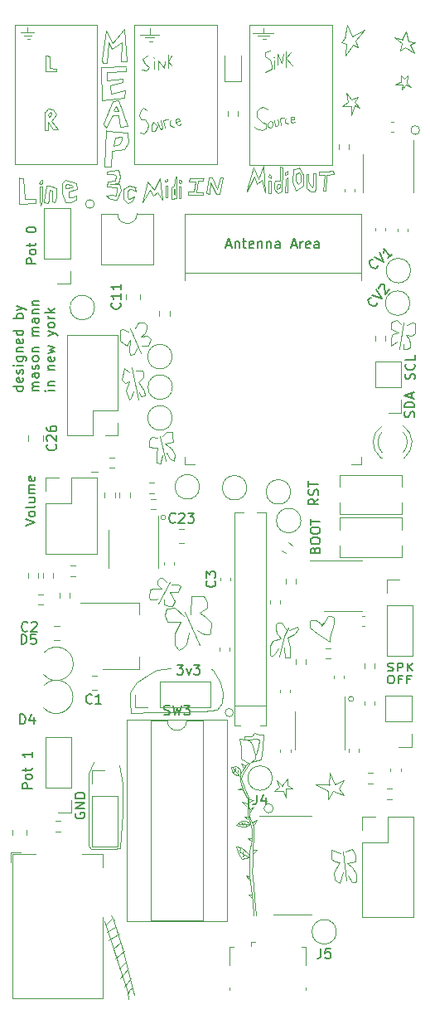
<source format=gbr>
G04 #@! TF.GenerationSoftware,KiCad,Pcbnew,7.0.9*
G04 #@! TF.CreationDate,2024-06-15T21:38:13-04:00*
G04 #@! TF.ProjectId,MEAP_Rev3c,4d454150-5f52-4657-9633-632e6b696361,rev?*
G04 #@! TF.SameCoordinates,Original*
G04 #@! TF.FileFunction,Legend,Top*
G04 #@! TF.FilePolarity,Positive*
%FSLAX46Y46*%
G04 Gerber Fmt 4.6, Leading zero omitted, Abs format (unit mm)*
G04 Created by KiCad (PCBNEW 7.0.9) date 2024-06-15 21:38:13*
%MOMM*%
%LPD*%
G01*
G04 APERTURE LIST*
%ADD10C,0.150000*%
%ADD11C,0.120000*%
G04 APERTURE END LIST*
D10*
X41716009Y-72969887D02*
X41763628Y-72827030D01*
X41763628Y-72827030D02*
X41811247Y-72779411D01*
X41811247Y-72779411D02*
X41906485Y-72731792D01*
X41906485Y-72731792D02*
X42049342Y-72731792D01*
X42049342Y-72731792D02*
X42144580Y-72779411D01*
X42144580Y-72779411D02*
X42192200Y-72827030D01*
X42192200Y-72827030D02*
X42239819Y-72922268D01*
X42239819Y-72922268D02*
X42239819Y-73303220D01*
X42239819Y-73303220D02*
X41239819Y-73303220D01*
X41239819Y-73303220D02*
X41239819Y-72969887D01*
X41239819Y-72969887D02*
X41287438Y-72874649D01*
X41287438Y-72874649D02*
X41335057Y-72827030D01*
X41335057Y-72827030D02*
X41430295Y-72779411D01*
X41430295Y-72779411D02*
X41525533Y-72779411D01*
X41525533Y-72779411D02*
X41620771Y-72827030D01*
X41620771Y-72827030D02*
X41668390Y-72874649D01*
X41668390Y-72874649D02*
X41716009Y-72969887D01*
X41716009Y-72969887D02*
X41716009Y-73303220D01*
X41239819Y-72112744D02*
X41239819Y-71922268D01*
X41239819Y-71922268D02*
X41287438Y-71827030D01*
X41287438Y-71827030D02*
X41382676Y-71731792D01*
X41382676Y-71731792D02*
X41573152Y-71684173D01*
X41573152Y-71684173D02*
X41906485Y-71684173D01*
X41906485Y-71684173D02*
X42096961Y-71731792D01*
X42096961Y-71731792D02*
X42192200Y-71827030D01*
X42192200Y-71827030D02*
X42239819Y-71922268D01*
X42239819Y-71922268D02*
X42239819Y-72112744D01*
X42239819Y-72112744D02*
X42192200Y-72207982D01*
X42192200Y-72207982D02*
X42096961Y-72303220D01*
X42096961Y-72303220D02*
X41906485Y-72350839D01*
X41906485Y-72350839D02*
X41573152Y-72350839D01*
X41573152Y-72350839D02*
X41382676Y-72303220D01*
X41382676Y-72303220D02*
X41287438Y-72207982D01*
X41287438Y-72207982D02*
X41239819Y-72112744D01*
X41239819Y-71065125D02*
X41239819Y-70874649D01*
X41239819Y-70874649D02*
X41287438Y-70779411D01*
X41287438Y-70779411D02*
X41382676Y-70684173D01*
X41382676Y-70684173D02*
X41573152Y-70636554D01*
X41573152Y-70636554D02*
X41906485Y-70636554D01*
X41906485Y-70636554D02*
X42096961Y-70684173D01*
X42096961Y-70684173D02*
X42192200Y-70779411D01*
X42192200Y-70779411D02*
X42239819Y-70874649D01*
X42239819Y-70874649D02*
X42239819Y-71065125D01*
X42239819Y-71065125D02*
X42192200Y-71160363D01*
X42192200Y-71160363D02*
X42096961Y-71255601D01*
X42096961Y-71255601D02*
X41906485Y-71303220D01*
X41906485Y-71303220D02*
X41573152Y-71303220D01*
X41573152Y-71303220D02*
X41382676Y-71255601D01*
X41382676Y-71255601D02*
X41287438Y-71160363D01*
X41287438Y-71160363D02*
X41239819Y-71065125D01*
X41239819Y-70350839D02*
X41239819Y-69779411D01*
X42239819Y-70065125D02*
X41239819Y-70065125D01*
D11*
X27540000Y-89550000D02*
X30370000Y-89450000D01*
X43350000Y-81300000D02*
X43240000Y-81900000D01*
X26400000Y-79630000D02*
X26660000Y-80270000D01*
X33580000Y-95570000D02*
X33260000Y-95590000D01*
X30140000Y-81490000D02*
X29680000Y-81140000D01*
X35000000Y-94770000D02*
X34340000Y-95760000D01*
X22250000Y-117520000D02*
X22870000Y-116690000D01*
X37200000Y-35280000D02*
X36990000Y-35220000D01*
X34180000Y-103310000D02*
X34860000Y-103900000D01*
X38800000Y-28830000D02*
X38610000Y-28990000D01*
X22050000Y-50430000D02*
X21810000Y-50470000D01*
X51230000Y-21070000D02*
X51910000Y-21100000D01*
X37100000Y-29130000D02*
X36910000Y-29400000D01*
X14610000Y-36180000D02*
X14500000Y-36570000D01*
X14400000Y-37540000D02*
X14000000Y-37420000D01*
X38140000Y-33830000D02*
X38140000Y-35230000D01*
X11430000Y-34940000D02*
X11500000Y-37660000D01*
X51410000Y-21390000D02*
X51850000Y-22210000D01*
X24070000Y-54610000D02*
X24190000Y-54880000D01*
X32260000Y-87560000D02*
X32060000Y-86520000D01*
X20640000Y-112810000D02*
X21690000Y-112100000D01*
X24740000Y-23630000D02*
X24500000Y-24020000D01*
X41310000Y-80090000D02*
X41480000Y-80090000D01*
X14850000Y-36250000D02*
X14610000Y-36180000D01*
X25640000Y-76480000D02*
X25750000Y-76620000D01*
X34300000Y-97260000D02*
X33790000Y-97430000D01*
X30550000Y-79810000D02*
X31100000Y-80420000D01*
X14580000Y-22580000D02*
X14230000Y-22510000D01*
X40010000Y-35610000D02*
X40230000Y-35360000D01*
X34090000Y-96540000D02*
X34090000Y-95820000D01*
X37640000Y-83520000D02*
X37990000Y-83010000D01*
X33790000Y-97430000D02*
X34320000Y-97430000D01*
X38900000Y-96940000D02*
X39450000Y-97340000D01*
X24850000Y-36210000D02*
X24120000Y-37450000D01*
X51910000Y-21100000D02*
X51410000Y-21390000D01*
X44880000Y-106740000D02*
X44540000Y-103780000D01*
X34110000Y-95800000D02*
X34870000Y-94720000D01*
X19940000Y-27060000D02*
X22260000Y-26770000D01*
X31960000Y-36580000D02*
X31580000Y-36590000D01*
X39430000Y-35360000D02*
X39720000Y-36230000D01*
X27780000Y-35420000D02*
X27940000Y-35530000D01*
X27930000Y-29620000D02*
X28010000Y-29430000D01*
X26890000Y-29140000D02*
X26850000Y-29530000D01*
X40070000Y-33960000D02*
X39470000Y-34080000D01*
X31190000Y-34940000D02*
X31670000Y-36110000D01*
X14490000Y-28740000D02*
X14650000Y-28650000D01*
X38610000Y-28990000D02*
X38610000Y-29340000D01*
X16760000Y-37450000D02*
X17330000Y-37210000D01*
X41410000Y-35950000D02*
X41270000Y-35800000D01*
X26490000Y-29000000D02*
X26730000Y-29020000D01*
X16780000Y-35680000D02*
X16330000Y-35610000D01*
X35420000Y-107220000D02*
X35550000Y-108450000D01*
X28000000Y-35880000D02*
X27830000Y-35820000D01*
X26400000Y-62100000D02*
X27040000Y-62640000D01*
X34980000Y-99290000D02*
X35010000Y-100200000D01*
X35900000Y-35070000D02*
X36420000Y-33690000D01*
X26260000Y-23780000D02*
X26360000Y-23080000D01*
X45770000Y-106920000D02*
X45470000Y-106870000D01*
X20420000Y-23270000D02*
X20020000Y-23270000D01*
X24320000Y-50870000D02*
X23880000Y-51140000D01*
X37480000Y-22660000D02*
X37490000Y-22600000D01*
X36600000Y-22100000D02*
X36600000Y-22570000D01*
X20130000Y-29400000D02*
X21030000Y-27130000D01*
X45470000Y-103470000D02*
X45810000Y-104090000D01*
X27270000Y-35750000D02*
X27020000Y-35930000D01*
X20450000Y-34570000D02*
X20450000Y-34340000D01*
X34960000Y-104310000D02*
X34250000Y-104500000D01*
X20330000Y-36740000D02*
X20950000Y-36720000D01*
X27420000Y-63230000D02*
X27310000Y-63890000D01*
X21720000Y-35630000D02*
X21890000Y-36190000D01*
X49570000Y-51030000D02*
X49500000Y-51410000D01*
X24850000Y-19640000D02*
X24850000Y-20360000D01*
X35030000Y-92430000D02*
X35220000Y-92740000D01*
X13830000Y-35180000D02*
X13740000Y-35180000D01*
X26240000Y-29060000D02*
X26380000Y-29810000D01*
X23870000Y-20360000D02*
X25760000Y-20360000D01*
X35050000Y-99410000D02*
X35460000Y-99180000D01*
X11930000Y-35020000D02*
X11480000Y-34990000D01*
X37490000Y-22600000D02*
X37550000Y-22660000D01*
X44640000Y-96450000D02*
X44110000Y-97350000D01*
X15300000Y-24060000D02*
X15300000Y-23800000D01*
X16540000Y-36820000D02*
X16540000Y-36330000D01*
X24780000Y-61720000D02*
X24780000Y-62470000D01*
X22790000Y-36140000D02*
X22940000Y-36140000D01*
X42900000Y-34640000D02*
X43610000Y-34540000D01*
X27990000Y-76620000D02*
X27840000Y-77030000D01*
X34830000Y-100200000D02*
X34480000Y-100230000D01*
X27010000Y-36470000D02*
X27070000Y-37080000D01*
X44970000Y-19360000D02*
X45530000Y-20510000D01*
X25690000Y-23900000D02*
X25710000Y-23000000D01*
X37530000Y-23010000D02*
X37550000Y-23830000D01*
X26140000Y-29810000D02*
X25970000Y-29100000D01*
X22580000Y-36320000D02*
X22640000Y-36190000D01*
X36320000Y-20760000D02*
X36660000Y-20760000D01*
X30160000Y-79180000D02*
X29960000Y-79390000D01*
X51530000Y-25710000D02*
X50980000Y-25440000D01*
X39070000Y-81140000D02*
X39910000Y-80810000D01*
X28770000Y-36360000D02*
X29360000Y-36390000D01*
X14650000Y-28650000D02*
X14760000Y-28390000D01*
X34130000Y-94770000D02*
X34400000Y-95210000D01*
X21810000Y-50470000D02*
X21800000Y-51620000D01*
X24340000Y-29030000D02*
X24710000Y-29530000D01*
X41950000Y-80180000D02*
X42270000Y-80460000D01*
X34890000Y-108170000D02*
X35290000Y-108450000D01*
X22940000Y-89580000D02*
X25330000Y-89560000D01*
X20870000Y-26340000D02*
X20780000Y-25540000D01*
X44740000Y-20690000D02*
X44970000Y-19360000D01*
X37360000Y-82260000D02*
X37150000Y-82730000D01*
X37900000Y-23440000D02*
X37920000Y-22320000D01*
X14210000Y-24060000D02*
X15300000Y-24060000D01*
X12770000Y-20450000D02*
X11980000Y-20450000D01*
X30270000Y-35270000D02*
X29720000Y-35270000D01*
X25150000Y-22610000D02*
X25300000Y-22690000D01*
X44890000Y-21270000D02*
X44390000Y-21130000D01*
X34760000Y-98270000D02*
X34340000Y-97360000D01*
X28760000Y-36690000D02*
X28770000Y-36360000D01*
X24750000Y-77770000D02*
X24870000Y-78000000D01*
X14760000Y-28390000D02*
X14690000Y-28240000D01*
X22770000Y-35770000D02*
X22170000Y-36090000D01*
X39200000Y-29180000D02*
X39320000Y-29360000D01*
X20450000Y-35850000D02*
X20520000Y-35330000D01*
X21450000Y-37190000D02*
X20750000Y-37080000D01*
X26120000Y-61360000D02*
X26570000Y-60950000D01*
X41820000Y-36000000D02*
X41790000Y-34460000D01*
X19148292Y-37620000D02*
G75*
G03*
X19148292Y-37620000I-438292J0D01*
G01*
X30560000Y-81600000D02*
X30140000Y-81490000D01*
X35770000Y-100500000D02*
X35480000Y-100920000D01*
X37390000Y-83780000D02*
X37640000Y-83520000D01*
X25900000Y-75770000D02*
X25640000Y-76060000D01*
X35250000Y-101490000D02*
X35270000Y-102530000D01*
X36350000Y-29290000D02*
X36690000Y-29400000D01*
X23370000Y-35940000D02*
X22770000Y-35770000D01*
X22730000Y-37120000D02*
X22620000Y-37100000D01*
X38350000Y-28840000D02*
X38550000Y-28840000D01*
X25190000Y-76890000D02*
X24870000Y-76980000D01*
X34320000Y-100930000D02*
X33910000Y-100980000D01*
X35560000Y-94290000D02*
X34970000Y-94760000D01*
X25580000Y-36400000D02*
X25200000Y-36780000D01*
X51930000Y-50340000D02*
X51930000Y-50800000D01*
X35450000Y-102090000D02*
X35360000Y-103690000D01*
X45810000Y-104090000D02*
X45810000Y-104770000D01*
X37870000Y-36520000D02*
X38340000Y-36380000D01*
X34090000Y-96100000D02*
X33240000Y-95080000D01*
X39120000Y-83940000D02*
X38670000Y-83940000D01*
X27160000Y-61250000D02*
X27230000Y-61950000D01*
X38140000Y-35570000D02*
X37850000Y-35570000D01*
X35800000Y-28170000D02*
X35760000Y-28730000D01*
X29110000Y-77650000D02*
X29900000Y-77650000D01*
X43650000Y-80140000D02*
X43650000Y-80350000D01*
X24680000Y-85750000D02*
X23500000Y-86460000D01*
X34810000Y-92300000D02*
X35660000Y-92210000D01*
X24190000Y-54880000D02*
X24190000Y-55300000D01*
X18560000Y-102340000D02*
X18560000Y-103180000D01*
X22580000Y-36880000D02*
X22580000Y-36620000D01*
X38360000Y-33900000D02*
X38140000Y-33830000D01*
X28260000Y-82960000D02*
X28550000Y-82610000D01*
X51080000Y-52410000D02*
X50780000Y-52410000D01*
X40060000Y-34390000D02*
X39770000Y-34580000D01*
X27850000Y-35170000D02*
X27780000Y-35420000D01*
X27690000Y-29620000D02*
X27930000Y-29620000D01*
X39540000Y-81580000D02*
X38910000Y-81930000D01*
X38050000Y-36020000D02*
X38100000Y-35820000D01*
X22200000Y-32020000D02*
X22620000Y-31350000D01*
X26430000Y-35800000D02*
X26430000Y-36970000D01*
X44460000Y-27630000D02*
X45080000Y-27250000D01*
X36280000Y-35150000D02*
X35810000Y-35620000D01*
X16190000Y-35210000D02*
X15830000Y-35490000D01*
X35660000Y-29950000D02*
X35480000Y-29740000D01*
X15410000Y-30020000D02*
X14760000Y-29150000D01*
X35220000Y-92740000D02*
X35560000Y-93880000D01*
X45740000Y-27580000D02*
X45400000Y-28600000D01*
X39470000Y-34080000D02*
X39430000Y-35360000D01*
X38670000Y-83940000D02*
X38600000Y-82960000D01*
X38090000Y-83850000D02*
X38600000Y-81740000D01*
X25660000Y-78420000D02*
X26840000Y-76270000D01*
X41800000Y-96860000D02*
X43210000Y-96910000D01*
X26650000Y-35770000D02*
X26460000Y-35770000D01*
X40550000Y-34680000D02*
X40080000Y-33920000D01*
X43600000Y-97530000D02*
X43010000Y-98430000D01*
X51220000Y-24520000D02*
X51110000Y-25240000D01*
X25640000Y-76060000D02*
X25640000Y-76480000D01*
X38870000Y-36470000D02*
X38940000Y-34920000D01*
X35560000Y-93880000D02*
X35560000Y-94290000D01*
X49600000Y-49620000D02*
X49470000Y-49800000D01*
X14450000Y-28520000D02*
X14490000Y-28740000D01*
X22170000Y-36090000D02*
X22170000Y-36410000D01*
X14450000Y-27930000D02*
X14150000Y-28190000D01*
X38920000Y-34260000D02*
X38710000Y-34390000D01*
X25520000Y-64070000D02*
X25910000Y-64130000D01*
X22680000Y-50630000D02*
X22050000Y-50430000D01*
X45460000Y-26980000D02*
X46090000Y-26690000D01*
X14470000Y-30060000D02*
X14470000Y-29260000D01*
X12340000Y-20090000D02*
X11600000Y-20090000D01*
X43010000Y-98430000D02*
X43010000Y-97550000D01*
X20590000Y-21090000D02*
X20420000Y-23270000D01*
X34590000Y-94980000D02*
X34130000Y-94770000D01*
X26080000Y-37230000D02*
X25580000Y-36400000D01*
X18560000Y-95830000D02*
X18560000Y-97030000D01*
X26690000Y-23060000D02*
X27060000Y-23450000D01*
X21650000Y-35530000D02*
X20750000Y-35570000D01*
X23620000Y-57610000D02*
X22950000Y-54280000D01*
X37310000Y-23510000D02*
X37290000Y-23850000D01*
X22620000Y-37100000D02*
X22580000Y-36880000D01*
X34810000Y-98280000D02*
X34810000Y-99920000D01*
X27480000Y-29260000D02*
X27860000Y-29140000D01*
X36190000Y-94320000D02*
X36380000Y-93150000D01*
X40830000Y-36020000D02*
X41270000Y-36340000D01*
X50720000Y-49770000D02*
X50290000Y-52410000D01*
X44390000Y-21130000D02*
X44800000Y-20630000D01*
X31060000Y-81510000D02*
X30970000Y-81600000D01*
X38680000Y-34420000D02*
X38680000Y-34620000D01*
X24490000Y-49950000D02*
X24490000Y-50340000D01*
X25520000Y-63130000D02*
X25520000Y-64070000D01*
X42270000Y-80460000D02*
X42380000Y-80630000D01*
X33220000Y-95550000D02*
X33500000Y-95890000D01*
X20520000Y-35330000D02*
X21290000Y-35250000D01*
X50480000Y-25150000D02*
X50480000Y-24480000D01*
X44240000Y-106980000D02*
X44540000Y-105900000D01*
X40270000Y-34690000D02*
X40080000Y-34430000D01*
X37690000Y-80550000D02*
X37690000Y-81000000D01*
X36600000Y-22570000D02*
X37100000Y-22880000D01*
X34400000Y-104060000D02*
X34300000Y-104230000D01*
X34810000Y-99920000D02*
X35250000Y-101490000D01*
X22920000Y-57440000D02*
X23120000Y-56740000D01*
X25200000Y-36780000D02*
X24850000Y-36210000D01*
X45810000Y-104770000D02*
X44980000Y-104950000D01*
X23880000Y-51140000D02*
X24590000Y-51110000D01*
X24540000Y-28060000D02*
X24190000Y-27800000D01*
X38740000Y-98240000D02*
X38470000Y-97560000D01*
X27310000Y-63890000D02*
X26870000Y-63660000D01*
X51110000Y-25240000D02*
X51530000Y-25710000D01*
X38790000Y-81110000D02*
X38300000Y-80340000D01*
X41740000Y-80090000D02*
X41950000Y-80180000D01*
X49500000Y-51410000D02*
X49470000Y-52130000D01*
X34090000Y-103580000D02*
X34090000Y-103430000D01*
X15260000Y-36020000D02*
X15260000Y-36990000D01*
X27800000Y-28890000D02*
X27580000Y-28890000D01*
X50410000Y-21980000D02*
X50610000Y-21210000D01*
X17380000Y-36140000D02*
X17300000Y-35510000D01*
X27940000Y-35530000D02*
X28030000Y-35430000D01*
X20190000Y-33810000D02*
X20870000Y-33780000D01*
X24190000Y-55300000D02*
X23670000Y-55870000D01*
X43610000Y-34540000D02*
X43590000Y-34210000D01*
X37200000Y-36550000D02*
X37200000Y-35280000D01*
X33890000Y-104040000D02*
X33630000Y-103220000D01*
X13830000Y-35870000D02*
X13600000Y-35870000D01*
X24900000Y-51430000D02*
X24670000Y-52090000D01*
X18560000Y-103180000D02*
X18850000Y-103510000D01*
X35360000Y-108820000D02*
X35440000Y-110300000D01*
X22790000Y-50320000D02*
X23930000Y-52890000D01*
X34480000Y-100910000D02*
X34480000Y-100750000D01*
X22380000Y-56690000D02*
X22700000Y-57590000D01*
X21130000Y-110750000D02*
X21990000Y-113410000D01*
X49470000Y-49800000D02*
X49470000Y-50410000D01*
X37620000Y-35270000D02*
X37530000Y-35480000D01*
X45920000Y-106020000D02*
X45900000Y-106790000D01*
X51360000Y-51410000D02*
X51440000Y-51900000D01*
X26460000Y-63850000D02*
X25840000Y-61340000D01*
X46280000Y-27780000D02*
X45740000Y-27580000D01*
X36380000Y-93150000D02*
X36480000Y-91800000D01*
X37530000Y-29040000D02*
X37600000Y-29630000D01*
X25510000Y-85240000D02*
X24680000Y-85750000D01*
X20800000Y-34260000D02*
X21610000Y-34170000D01*
X33660000Y-101040000D02*
X34270000Y-101240000D01*
X43730000Y-96860000D02*
X44640000Y-96450000D01*
X52411885Y-30080000D02*
G75*
G03*
X52411885Y-30080000I-451885J0D01*
G01*
X27280000Y-36120000D02*
X27270000Y-36650000D01*
X27440000Y-34830000D02*
X27300000Y-35730000D01*
X49950000Y-25440000D02*
X50400000Y-25220000D01*
X20780000Y-25540000D02*
X22080000Y-25200000D01*
X44830000Y-22450000D02*
X44890000Y-21270000D01*
X23920000Y-29010000D02*
X24340000Y-29030000D01*
X34510000Y-97260000D02*
X34930000Y-98250000D01*
X24780000Y-62470000D02*
X25240000Y-62490000D01*
X21800000Y-103400000D02*
X22090000Y-99760000D01*
X27580000Y-80290000D02*
X27980000Y-80290000D01*
X21250000Y-30870000D02*
X21140000Y-31690000D01*
X35220000Y-108160000D02*
X34890000Y-108170000D01*
X21800000Y-29730000D02*
X21590000Y-28550000D01*
X37810000Y-35830000D02*
X37840000Y-36060000D01*
X34950000Y-99330000D02*
X34950000Y-98550000D01*
X35760000Y-28730000D02*
X36350000Y-29290000D01*
X14470000Y-29260000D02*
X14970000Y-30000000D01*
X28800000Y-35300000D02*
X28880000Y-34990000D01*
X44650000Y-98010000D02*
X43600000Y-97530000D01*
X22500000Y-23070000D02*
X21910000Y-23070000D01*
X37790000Y-96450000D02*
X38430000Y-97030000D01*
X34660000Y-100630000D02*
X34150000Y-100630000D01*
X33367612Y-89560000D02*
G75*
G03*
X33367612Y-89560000I-417612J0D01*
G01*
X33240000Y-95080000D02*
X33670000Y-95060000D01*
X34870000Y-94720000D02*
X35000000Y-94770000D01*
X30370000Y-89450000D02*
X31710000Y-89310000D01*
X36420000Y-27740000D02*
X36070000Y-27810000D01*
X22530000Y-118080000D02*
X22680000Y-118810000D01*
X26620000Y-36970000D02*
X26650000Y-35770000D01*
X14120000Y-28240000D02*
X14120000Y-30090000D01*
X27570000Y-34830000D02*
X27450000Y-34840000D01*
X14760000Y-29150000D02*
X15280000Y-28450000D01*
X20980000Y-32180000D02*
X22200000Y-32020000D01*
X35450000Y-103620000D02*
X35810000Y-103620000D01*
X38940000Y-34920000D02*
X38730000Y-35120000D01*
X28010000Y-37040000D02*
X28000000Y-35880000D01*
X24670000Y-52090000D02*
X24200000Y-52140000D01*
X45510000Y-105400000D02*
X45920000Y-106020000D01*
X25860000Y-35040000D02*
X26080000Y-37230000D01*
X11600000Y-20090000D02*
X13030000Y-20100000D01*
X22520000Y-37560000D02*
X22670000Y-37550000D01*
X44360000Y-103910000D02*
X43430000Y-103540000D01*
X24870000Y-78000000D02*
X25550000Y-78000000D01*
X25160000Y-29260000D02*
X25010000Y-29610000D01*
X12020000Y-37130000D02*
X11930000Y-35020000D01*
X26260000Y-29050000D02*
X26490000Y-29000000D01*
X43250000Y-34290000D02*
X42120000Y-34330000D01*
X34150000Y-93120000D02*
X34020000Y-92240000D01*
X23500000Y-86460000D02*
X22840000Y-87500000D01*
X37030000Y-34540000D02*
X36980000Y-34860000D01*
X14120000Y-30090000D02*
X14470000Y-30060000D01*
X29900000Y-77650000D02*
X30360000Y-77670000D01*
X23210000Y-52970000D02*
X23530000Y-52330000D01*
X35010000Y-100200000D02*
X35450000Y-101110000D01*
X42380000Y-80680000D02*
X42570000Y-80370000D01*
X36010000Y-91800000D02*
X35530000Y-91610000D01*
X20020000Y-23270000D02*
X19920000Y-22920000D01*
X25830000Y-29950000D02*
X26020000Y-29990000D01*
X24760000Y-20990000D02*
X25060000Y-20990000D01*
X43650000Y-80350000D02*
X43560000Y-80780000D01*
X39770000Y-35270000D02*
X40010000Y-35610000D01*
X35970000Y-93000000D02*
X35660000Y-93880000D01*
X14000000Y-37400000D02*
X14240000Y-35760000D01*
X39960000Y-81070000D02*
X39540000Y-81580000D01*
X21960000Y-31140000D02*
X21970000Y-30770000D01*
X27410000Y-36690000D02*
X27420000Y-36140000D01*
X37290000Y-23850000D02*
X36640000Y-24130000D01*
X43010000Y-97550000D02*
X41800000Y-96860000D01*
X22170000Y-36410000D02*
X22170000Y-37080000D01*
X24190000Y-27800000D02*
X23910000Y-28050000D01*
X19180000Y-64960000D02*
X18810000Y-64960000D01*
X27470000Y-29230000D02*
X27530000Y-29430000D01*
X50610000Y-25970000D02*
X50650000Y-25440000D01*
X41520000Y-35660000D02*
X41410000Y-35950000D01*
X36910000Y-29400000D02*
X36910000Y-29780000D01*
X21650000Y-27070000D02*
X22590000Y-29690000D01*
X50080000Y-49470000D02*
X49600000Y-49620000D01*
X13660000Y-37780000D02*
X13810000Y-37320000D01*
X51650000Y-49750000D02*
X51900000Y-49820000D01*
X37200000Y-34970000D02*
X37230000Y-34720000D01*
X35370000Y-20170000D02*
X37490000Y-20170000D01*
X27130000Y-78710000D02*
X26810000Y-78710000D01*
X43360000Y-104080000D02*
X43360000Y-104490000D01*
X22640000Y-36190000D02*
X22790000Y-36140000D01*
X24340000Y-57220000D02*
X23940000Y-57240000D01*
X21290000Y-35250000D02*
X21400000Y-34730000D01*
X51050000Y-19980000D02*
X51230000Y-21070000D01*
X16550000Y-36970000D02*
X16540000Y-36820000D01*
X28880000Y-34960000D02*
X30310000Y-34970000D01*
X21610000Y-34170000D02*
X21780000Y-34800000D01*
X22250000Y-19770000D02*
X22500000Y-23070000D01*
X14620000Y-35760000D02*
X15260000Y-36020000D01*
X27100000Y-77270000D02*
X26870000Y-77210000D01*
X21930000Y-21130000D02*
X20960000Y-21830000D01*
X33580000Y-95420000D02*
X33580000Y-95230000D01*
X20460000Y-24180000D02*
X22420000Y-24100000D01*
X34250000Y-104500000D02*
X33890000Y-104040000D01*
X13470000Y-35470000D02*
X13670000Y-35560000D01*
X35530000Y-91610000D02*
X35220000Y-91990000D01*
X22270000Y-26060000D02*
X20870000Y-26340000D01*
X20340000Y-111180000D02*
X21020000Y-110530000D01*
X35360000Y-105080000D02*
X35270000Y-105680000D01*
X22590000Y-29690000D02*
X21800000Y-29730000D01*
X16210000Y-37440000D02*
X16760000Y-37450000D01*
X14580000Y-23780000D02*
X14580000Y-22580000D01*
X24560000Y-22460000D02*
X24110000Y-22850000D01*
X24710000Y-29530000D02*
X24580000Y-29990000D01*
X17300000Y-35510000D02*
X16190000Y-35210000D01*
X46770000Y-19860000D02*
X45830000Y-20920000D01*
X38760000Y-22730000D02*
X39260000Y-22140000D01*
X34150000Y-103850000D02*
X34030000Y-103870000D01*
X44850000Y-103780000D02*
X45470000Y-103470000D01*
X45750000Y-27220000D02*
X46280000Y-27780000D01*
X21370000Y-36760000D02*
X21500000Y-36150000D01*
X35490000Y-34850000D02*
X34790000Y-36360000D01*
X15830000Y-36490000D02*
X16210000Y-37440000D01*
X40230000Y-35360000D02*
X40270000Y-34690000D01*
X24590000Y-51110000D02*
X24900000Y-51430000D01*
X42670000Y-34620000D02*
X42540000Y-36250000D01*
X45590000Y-21360000D02*
X44830000Y-22450000D01*
X15090000Y-37420000D02*
X14850000Y-37390000D01*
X38680000Y-34620000D02*
X38920000Y-34540000D01*
X35010000Y-106120000D02*
X35360000Y-108820000D01*
X45530000Y-20510000D02*
X46770000Y-19860000D01*
X36980000Y-34860000D02*
X37200000Y-34970000D01*
X21990000Y-113410000D02*
X23250000Y-118420000D01*
X26550000Y-76210000D02*
X26110000Y-75770000D01*
X32050000Y-34900000D02*
X32290000Y-34900000D01*
X27850000Y-83150000D02*
X28260000Y-82960000D01*
X50520000Y-49900000D02*
X50080000Y-49470000D01*
X20380000Y-103510000D02*
X21080000Y-103510000D01*
X14210000Y-22490000D02*
X14210000Y-24060000D01*
X24110000Y-22850000D02*
X24370000Y-23280000D01*
X22080000Y-25200000D02*
X22070000Y-24800000D01*
X22260000Y-26770000D02*
X22270000Y-26060000D01*
X13550000Y-37210000D02*
X13660000Y-37780000D01*
X23760000Y-28600000D02*
X23920000Y-29010000D01*
X35810000Y-35620000D02*
X35490000Y-34850000D01*
X26850000Y-29530000D02*
X26990000Y-29690000D01*
X38760000Y-97340000D02*
X38740000Y-98240000D01*
X25310000Y-20590000D02*
X24320000Y-20590000D01*
X50910000Y-21650000D02*
X50410000Y-21980000D01*
X26470000Y-35060000D02*
X26350000Y-35130000D01*
X37360000Y-29600000D02*
X37360000Y-29220000D01*
X38920000Y-34540000D02*
X38920000Y-34260000D01*
X35360000Y-103690000D02*
X35360000Y-105080000D01*
X27800000Y-37040000D02*
X28010000Y-37040000D01*
X26990000Y-29690000D02*
X27310000Y-29710000D01*
X51600000Y-51100000D02*
X50980000Y-51030000D01*
X22580000Y-36620000D02*
X22580000Y-36320000D01*
X26350000Y-35130000D02*
X26350000Y-35340000D01*
X24500000Y-24020000D02*
X24000000Y-23940000D01*
X22390000Y-23610000D02*
X19850000Y-23670000D01*
X21930000Y-55600000D02*
X22300000Y-55900000D01*
X37100000Y-22880000D02*
X37310000Y-23510000D01*
X43410000Y-79730000D02*
X43650000Y-79840000D01*
X38660000Y-36450000D02*
X38870000Y-36470000D01*
X28280000Y-79720000D02*
X27360000Y-78870000D01*
X11500000Y-37660000D02*
X13190000Y-37540000D01*
X37530000Y-35480000D02*
X37530000Y-36140000D01*
X23420000Y-54630000D02*
X24070000Y-54610000D01*
X24200000Y-52140000D02*
X24010000Y-52140000D01*
X25710000Y-23000000D02*
X26260000Y-23780000D01*
X33810000Y-95650000D02*
X33810000Y-95440000D01*
X42380000Y-80630000D02*
X42380000Y-80680000D01*
X31670000Y-36110000D02*
X32040000Y-34900000D01*
X27530000Y-29430000D02*
X27690000Y-29620000D01*
X27080000Y-29030000D02*
X26890000Y-29140000D01*
X22700000Y-117910000D02*
X23080000Y-117650000D01*
X27860000Y-29140000D02*
X27800000Y-28890000D01*
X35660000Y-92210000D02*
X36040000Y-92330000D01*
X13590000Y-35900000D02*
X13550000Y-37210000D01*
X43030000Y-79690000D02*
X43410000Y-79730000D01*
X27580000Y-28890000D02*
X27480000Y-29040000D01*
X24280000Y-30430000D02*
X23850000Y-30310000D01*
X45400000Y-27630000D02*
X44460000Y-27630000D01*
X34930000Y-98250000D02*
X34910000Y-98530000D01*
X38030000Y-97180000D02*
X37790000Y-96450000D01*
X31060000Y-35400000D02*
X30970000Y-36620000D01*
X27590000Y-37010000D02*
X27580000Y-34830000D01*
X21800000Y-51620000D02*
X22500000Y-52140000D01*
X24270000Y-49710000D02*
X24490000Y-49950000D01*
X37920000Y-80340000D02*
X37690000Y-80550000D01*
X41050000Y-35350000D02*
X41040000Y-34560000D01*
X17330000Y-36800000D02*
X16900000Y-36970000D01*
X37230000Y-34720000D02*
X37030000Y-34540000D01*
X18560000Y-97030000D02*
X18560000Y-99030000D01*
X34110000Y-95360000D02*
X34110000Y-95760000D01*
X35030000Y-100870000D02*
X34660000Y-100630000D01*
X13670000Y-35250000D02*
X13470000Y-35470000D01*
X28030000Y-35430000D02*
X28030000Y-35270000D01*
X35460000Y-99180000D02*
X35110000Y-99650000D01*
X34680000Y-101040000D02*
X34680000Y-101160000D01*
X34360000Y-101000000D02*
X34360000Y-101080000D01*
X43560000Y-80780000D02*
X43350000Y-81300000D01*
X34860000Y-102390000D02*
X35140000Y-102650000D01*
X35270000Y-105680000D02*
X35420000Y-107220000D01*
X21180000Y-110795000D02*
X20860000Y-110265000D01*
X24580000Y-29990000D02*
X24280000Y-30430000D01*
X22070000Y-24800000D02*
X20460000Y-25030000D01*
X38340000Y-36380000D02*
X38360000Y-33900000D01*
X43260000Y-95680000D02*
X43730000Y-96860000D01*
X40830000Y-34640000D02*
X40830000Y-36020000D01*
X19070000Y-94620000D02*
X18560000Y-95830000D01*
X43750000Y-106650000D02*
X44240000Y-106980000D01*
X30890000Y-34920000D02*
X31150000Y-34920000D01*
X35210000Y-102410000D02*
X34860000Y-102390000D01*
X26020000Y-29990000D02*
X26140000Y-29810000D01*
X39370000Y-23510000D02*
X38760000Y-22730000D01*
X50240000Y-50750000D02*
X49620000Y-50930000D01*
X14500000Y-36570000D02*
X14500000Y-37210000D01*
X50650000Y-25440000D02*
X49950000Y-25440000D01*
X38330000Y-23270000D02*
X38460000Y-22340000D01*
X34790000Y-36220000D02*
X35410000Y-33920000D01*
X42120000Y-34620000D02*
X42670000Y-34620000D01*
X25010000Y-29610000D02*
X25010000Y-30140000D01*
X22580000Y-30330000D02*
X20470000Y-30170000D01*
X44110000Y-97350000D02*
X44650000Y-98010000D01*
X34270000Y-101240000D02*
X34640000Y-101240000D01*
X27410000Y-81510000D02*
X27390000Y-82690000D01*
X21820000Y-116690000D02*
X22570000Y-115740000D01*
X21400000Y-34730000D02*
X21160000Y-34570000D01*
X43240000Y-82290000D02*
X41930000Y-81490000D01*
X37150000Y-83660000D02*
X37200000Y-83780000D01*
X13670000Y-35560000D02*
X13810000Y-35510000D01*
X44980000Y-104950000D02*
X45510000Y-105400000D01*
X23940000Y-57240000D02*
X23720000Y-56820000D01*
X37090000Y-21930000D02*
X36600000Y-22100000D01*
X36480000Y-91800000D02*
X36010000Y-91800000D01*
X21500000Y-36150000D02*
X21480000Y-35940000D01*
X50980000Y-25440000D02*
X50610000Y-25970000D01*
X22500000Y-52140000D02*
X22790000Y-51480000D01*
X18560000Y-99030000D02*
X18560000Y-101000000D01*
X43760000Y-104760000D02*
X44270000Y-104840000D01*
X22090000Y-99760000D02*
X22020000Y-96810000D01*
X42780000Y-36260000D02*
X42900000Y-34640000D01*
X43650000Y-79840000D02*
X43650000Y-80140000D01*
X39450000Y-29360000D02*
X39630000Y-29220000D01*
X38470000Y-97560000D02*
X37540000Y-97540000D01*
X29360000Y-36390000D02*
X29480000Y-35310000D01*
X25750000Y-76620000D02*
X25990000Y-76890000D01*
X22630000Y-118210000D02*
X22700000Y-117910000D01*
X39450000Y-97340000D02*
X38760000Y-97340000D01*
X34340000Y-97360000D02*
X34090000Y-96540000D01*
X35810000Y-103620000D02*
X35430000Y-103920000D01*
X22840000Y-53070000D02*
X22710000Y-52590000D01*
X26980000Y-85040000D02*
X25510000Y-85240000D01*
X33630000Y-103220000D02*
X34180000Y-103310000D01*
X36850000Y-27980000D02*
X36420000Y-27740000D01*
X29960000Y-82630000D02*
X28430000Y-79310000D01*
X49470000Y-52130000D02*
X50110000Y-51670000D01*
X22830000Y-88520000D02*
X22940000Y-89580000D01*
X18560000Y-101000000D02*
X18560000Y-102340000D01*
X26670000Y-22360000D02*
X26710000Y-23710000D01*
X20390000Y-19920000D02*
X21060000Y-21240000D01*
X21110000Y-113660000D02*
X21820000Y-113040000D01*
X16900000Y-36970000D02*
X16550000Y-36970000D01*
X42120000Y-34330000D02*
X42120000Y-34620000D01*
X27120000Y-60950000D02*
X27160000Y-61250000D01*
X21590000Y-28550000D02*
X21070000Y-28550000D01*
X34150000Y-100630000D02*
X33660000Y-101040000D01*
X33500000Y-95890000D02*
X33810000Y-95970000D01*
X34280000Y-98630000D02*
X34700000Y-99080000D01*
X41930000Y-81490000D02*
X41220000Y-80930000D01*
X24270000Y-56670000D02*
X24340000Y-57220000D01*
X29960000Y-79390000D02*
X30550000Y-79810000D01*
X12340000Y-19560000D02*
X12340000Y-20090000D01*
X20750000Y-37080000D02*
X20330000Y-36740000D01*
X25570000Y-29660000D02*
X25210000Y-29220000D01*
X49470000Y-50410000D02*
X50240000Y-50750000D01*
X19550000Y-64960000D02*
X19180000Y-64960000D01*
X37220000Y-29800000D02*
X37360000Y-29600000D01*
X35450000Y-101110000D02*
X35450000Y-102090000D01*
X20950000Y-36720000D02*
X21370000Y-36760000D01*
X27040000Y-62640000D02*
X27420000Y-63230000D01*
X44270000Y-104840000D02*
X43670000Y-105870000D01*
X23290000Y-50350000D02*
X23690000Y-49760000D01*
X34990000Y-100930000D02*
X34320000Y-100930000D01*
X22840000Y-87500000D02*
X22830000Y-88520000D01*
X30300000Y-34990000D02*
X30270000Y-35270000D01*
X43240000Y-81900000D02*
X43240000Y-82290000D01*
X15260000Y-36990000D02*
X15090000Y-37420000D01*
X21060000Y-21240000D02*
X22250000Y-19770000D01*
X41510000Y-34490000D02*
X41520000Y-35660000D01*
X33160000Y-95080000D02*
X33220000Y-95550000D01*
X16880000Y-35970000D02*
X16990000Y-35870000D01*
X25050000Y-61440000D02*
X24780000Y-61720000D01*
X30710000Y-78850000D02*
X30160000Y-79180000D01*
X25240000Y-62490000D02*
X25610000Y-62510000D01*
X36420000Y-33690000D02*
X36600000Y-36400000D01*
X35300000Y-100750000D02*
X35770000Y-100500000D01*
X26660000Y-80270000D02*
X27580000Y-80290000D01*
X26870000Y-63660000D02*
X26500000Y-63000000D01*
X31710000Y-89310000D02*
X32180000Y-88600000D01*
X25990000Y-76890000D02*
X25190000Y-76890000D01*
X25330000Y-89560000D02*
X27540000Y-89550000D01*
X14240000Y-35760000D02*
X14620000Y-35760000D01*
X22420000Y-24100000D02*
X22410000Y-23700000D01*
X21710000Y-115720000D02*
X22420000Y-115040000D01*
X34490000Y-91990000D02*
X34490000Y-92210000D01*
X45080000Y-27250000D02*
X44900000Y-26290000D01*
X26660000Y-35080000D02*
X26510000Y-35080000D01*
X34150000Y-94250000D02*
X34150000Y-93120000D01*
X30290000Y-36700000D02*
X28760000Y-36690000D01*
X20400000Y-30130000D02*
X20190000Y-33810000D01*
X24870000Y-76980000D02*
X24750000Y-77770000D01*
X22770000Y-54800000D02*
X22250000Y-54410000D01*
X27770000Y-35840000D02*
X27800000Y-37040000D01*
X27720000Y-77270000D02*
X27100000Y-77270000D01*
X25010000Y-30140000D02*
X25370000Y-30160000D01*
X31320000Y-85230000D02*
X31110000Y-85160000D01*
X34590000Y-92300000D02*
X35030000Y-92430000D01*
X21070000Y-28550000D02*
X20380000Y-29800000D01*
X19910000Y-22890000D02*
X20390000Y-19920000D01*
X46120000Y-21600000D02*
X45590000Y-21360000D01*
X38600000Y-81740000D02*
X38950000Y-80880000D01*
X50980000Y-51030000D02*
X51360000Y-51410000D01*
X38100000Y-35820000D02*
X38100000Y-35580000D01*
X15830000Y-35490000D02*
X15830000Y-36490000D01*
X27270000Y-36650000D02*
X27410000Y-36690000D01*
X25610000Y-62510000D02*
X25520000Y-63130000D01*
X34260000Y-103900000D02*
X33940000Y-103550000D01*
X27360000Y-78870000D02*
X26530000Y-78960000D01*
X23690000Y-49760000D02*
X24270000Y-49710000D01*
X30970000Y-81600000D02*
X30560000Y-81600000D01*
X39320000Y-29360000D02*
X39450000Y-29360000D01*
X14850000Y-37390000D02*
X14850000Y-36250000D01*
X22170000Y-37080000D02*
X22520000Y-37560000D01*
X34970000Y-94760000D02*
X34150000Y-94250000D01*
X24850000Y-20360000D02*
X23870000Y-20360000D01*
X30970000Y-36620000D02*
X30630000Y-36560000D01*
X45400000Y-28600000D02*
X45400000Y-27630000D01*
X44900000Y-26290000D02*
X45460000Y-26980000D01*
X37600000Y-29630000D02*
X37830000Y-29630000D01*
X39200000Y-29030000D02*
X39570000Y-28960000D01*
X25550000Y-78000000D02*
X25720000Y-77830000D01*
X37970000Y-81650000D02*
X38200000Y-81960000D01*
X35000000Y-104310000D02*
X34260000Y-103900000D01*
X51390000Y-52280000D02*
X51080000Y-52410000D01*
X33670000Y-95060000D02*
X34110000Y-95360000D01*
X41270000Y-36340000D02*
X41680000Y-36320000D01*
X38130000Y-28920000D02*
X38220000Y-29550000D01*
X37690000Y-81000000D02*
X37760000Y-81460000D01*
X35410000Y-33920000D02*
X35900000Y-35070000D01*
X34340000Y-95760000D02*
X34170000Y-96290000D01*
X21480000Y-35940000D02*
X20450000Y-35850000D01*
X34730000Y-98800000D02*
X34280000Y-98630000D01*
X20450000Y-34340000D02*
X20840000Y-34220000D01*
X21300000Y-114690000D02*
X22230000Y-113880000D01*
X27840000Y-77030000D02*
X27720000Y-77270000D01*
X37020000Y-20460000D02*
X35880000Y-20460000D01*
X23430000Y-36370000D02*
X23340000Y-36000000D01*
X26350000Y-35340000D02*
X26470000Y-35370000D01*
X14650000Y-28210000D02*
X14450000Y-28520000D01*
X25620000Y-29210000D02*
X25830000Y-29950000D01*
X36600000Y-36400000D02*
X36280000Y-35150000D01*
X36430000Y-19640000D02*
X36450000Y-20170000D01*
X27070000Y-37080000D02*
X27590000Y-37010000D01*
X38100000Y-35280000D02*
X37620000Y-35270000D01*
X49820000Y-20600000D02*
X50670000Y-20860000D01*
X37530000Y-36140000D02*
X37870000Y-36520000D01*
X50560000Y-20890000D02*
X51050000Y-19980000D01*
X29720000Y-35270000D02*
X29630000Y-36450000D01*
X15300000Y-23800000D02*
X14580000Y-23780000D01*
X35270000Y-102530000D02*
X35010000Y-103720000D01*
X36070000Y-27810000D02*
X35800000Y-28170000D01*
X25370000Y-30160000D02*
X25570000Y-29660000D01*
X34170000Y-96290000D02*
X34510000Y-97260000D01*
X43360000Y-104490000D02*
X43760000Y-104760000D01*
X39190000Y-82870000D02*
X39190000Y-83570000D01*
X36310000Y-30120000D02*
X35660000Y-29950000D01*
X42540000Y-36250000D02*
X42780000Y-36260000D01*
X35460000Y-98510000D02*
X34990000Y-98650000D01*
X41790000Y-34460000D02*
X41510000Y-34490000D01*
X14950000Y-28000000D02*
X14450000Y-27930000D01*
X22020000Y-96810000D02*
X21690000Y-94910000D01*
X22300000Y-55900000D02*
X22730000Y-55750000D01*
X12530000Y-20750000D02*
X12300000Y-20750000D01*
X21160000Y-34570000D02*
X20450000Y-34570000D01*
X50780000Y-52410000D02*
X50720000Y-51920000D01*
X30360000Y-77670000D02*
X30710000Y-78240000D01*
X45830000Y-20920000D02*
X46120000Y-21600000D01*
X21890000Y-36190000D02*
X21450000Y-37190000D01*
X30630000Y-36540000D02*
X30880000Y-34940000D01*
X36970000Y-35220000D02*
X36970000Y-36550000D01*
X16550000Y-36350000D02*
X17380000Y-36140000D01*
X20380000Y-29800000D02*
X20110000Y-29460000D01*
X13190000Y-37540000D02*
X13140000Y-37130000D01*
X50800000Y-24830000D02*
X51220000Y-24520000D01*
X34150000Y-100750000D02*
X34300000Y-100910000D01*
X40550000Y-35760000D02*
X40550000Y-34680000D01*
X31580000Y-36590000D02*
X31060000Y-35400000D01*
X21730000Y-31520000D02*
X21960000Y-31140000D01*
X41480000Y-80090000D02*
X41740000Y-80090000D01*
X27390000Y-82690000D02*
X27850000Y-83150000D01*
X22250000Y-54410000D02*
X21930000Y-55600000D01*
X38300000Y-80340000D02*
X37920000Y-80340000D01*
X16990000Y-35870000D02*
X16780000Y-35680000D01*
X51440000Y-51900000D02*
X51390000Y-52280000D01*
X37200000Y-83780000D02*
X37390000Y-83780000D01*
X26870000Y-77210000D02*
X27370000Y-78180000D01*
X27420000Y-36140000D02*
X27300000Y-36120000D01*
X27080000Y-76480000D02*
X27690000Y-76480000D01*
X37850000Y-35570000D02*
X37810000Y-35830000D01*
X39720000Y-36230000D02*
X40550000Y-35760000D01*
X32290000Y-34890000D02*
X31960000Y-36580000D01*
X38710000Y-35160000D02*
X38660000Y-36450000D01*
X23330000Y-36250000D02*
X23430000Y-36370000D01*
X38910000Y-81930000D02*
X39190000Y-82870000D01*
X24370000Y-23280000D02*
X24740000Y-23630000D01*
X21970000Y-30770000D02*
X21250000Y-30880000D01*
X21400000Y-27610000D02*
X21590000Y-28130000D01*
X39560000Y-28720000D02*
X39280000Y-28720000D01*
X26110000Y-75770000D02*
X25900000Y-75770000D01*
X41220000Y-80930000D02*
X41220000Y-80220000D01*
X34480000Y-100230000D02*
X34860000Y-100470000D01*
X49620000Y-50930000D02*
X49570000Y-51030000D01*
X22620000Y-31350000D02*
X22580000Y-30330000D01*
X36970000Y-36550000D02*
X37200000Y-36550000D01*
X21140000Y-31690000D02*
X21730000Y-31520000D01*
X35010000Y-106300000D02*
X34640000Y-106170000D01*
X21780000Y-34800000D02*
X21650000Y-35530000D01*
X22820000Y-53030000D02*
X23210000Y-52970000D01*
X50610000Y-21210000D02*
X49820000Y-20600000D01*
X29480000Y-35310000D02*
X28800000Y-35300000D01*
X27480000Y-29040000D02*
X27470000Y-29230000D01*
X43590000Y-34210000D02*
X43250000Y-34280000D01*
X30710000Y-78240000D02*
X30710000Y-78850000D01*
X37840000Y-36060000D02*
X38050000Y-36020000D01*
X41220000Y-80220000D02*
X41310000Y-80090000D01*
X37760000Y-81460000D02*
X37970000Y-81650000D01*
X17330000Y-37210000D02*
X17330000Y-36800000D01*
X26280000Y-78560000D02*
X26280000Y-77970000D01*
X38200000Y-81960000D02*
X37360000Y-82260000D01*
X25260000Y-36210000D02*
X25860000Y-35040000D01*
X20450000Y-111990000D02*
X21300000Y-111430000D01*
X22670000Y-37550000D02*
X23040000Y-37320000D01*
X16190000Y-35760000D02*
X16190000Y-36040000D01*
X26530000Y-78960000D02*
X26400000Y-79630000D01*
X36450000Y-20170000D02*
X35370000Y-20170000D01*
X25230000Y-23100000D02*
X25230000Y-23820000D01*
X13140000Y-37130000D02*
X12020000Y-37130000D01*
X37930000Y-29240000D02*
X37880000Y-29000000D01*
X27230000Y-61950000D02*
X26400000Y-62100000D01*
X26750000Y-23080000D02*
X27080000Y-22480000D01*
X28030000Y-35270000D02*
X27890000Y-35190000D01*
X30290000Y-36440000D02*
X30290000Y-36700000D01*
X39190000Y-83570000D02*
X39120000Y-83940000D01*
X20750000Y-35570000D02*
X21720000Y-35630000D01*
X25590000Y-61490000D02*
X25050000Y-61440000D01*
X36690000Y-29400000D02*
X36680000Y-29920000D01*
X34640000Y-101240000D02*
X35080000Y-100930000D01*
X22790000Y-51480000D02*
X22710000Y-52680000D01*
X38610000Y-29340000D02*
X38950000Y-29410000D01*
X51850000Y-22210000D02*
X50910000Y-21650000D01*
X13810000Y-37320000D02*
X13830000Y-35870000D01*
X39770000Y-34580000D02*
X39770000Y-35270000D01*
X24560000Y-35320000D02*
X25260000Y-36210000D01*
X32180000Y-88600000D02*
X32260000Y-87560000D01*
X37920000Y-22320000D02*
X38330000Y-23270000D01*
X22940000Y-36140000D02*
X23330000Y-36250000D01*
X13810000Y-35510000D02*
X13830000Y-35180000D01*
X51930000Y-50800000D02*
X51600000Y-51100000D01*
X21130000Y-28070000D02*
X21400000Y-27610000D01*
X22700000Y-57590000D02*
X22920000Y-57440000D01*
X27370000Y-78180000D02*
X27130000Y-78710000D01*
X35010000Y-103720000D02*
X35010000Y-106120000D01*
X20870000Y-33780000D02*
X20980000Y-32180000D01*
X37438188Y-99330000D02*
G75*
G03*
X37438188Y-99330000I-468188J0D01*
G01*
X32060000Y-86520000D02*
X31320000Y-85230000D01*
X37150000Y-82730000D02*
X37150000Y-83660000D01*
X39280000Y-28720000D02*
X39230000Y-28850000D01*
X34350000Y-103850000D02*
X34350000Y-103720000D01*
X23240000Y-36870000D02*
X22730000Y-37120000D01*
X37360000Y-29220000D02*
X37140000Y-29120000D01*
X22730000Y-55750000D02*
X22380000Y-56690000D01*
X35010000Y-98410000D02*
X35460000Y-98510000D01*
X38870000Y-96320000D02*
X38900000Y-96940000D01*
X51900000Y-49820000D02*
X51930000Y-50340000D01*
X34640000Y-106170000D02*
X35010000Y-106590000D01*
X42510000Y-80550000D02*
X43030000Y-79690000D01*
X36040000Y-92330000D02*
X35970000Y-93000000D01*
X21030000Y-27130000D02*
X21650000Y-27070000D01*
X37830000Y-29630000D02*
X37930000Y-29500000D01*
X45900000Y-106790000D02*
X45770000Y-106920000D01*
X14500000Y-37210000D02*
X14400000Y-37540000D01*
X38320000Y-97090000D02*
X38870000Y-96320000D01*
X41680000Y-36320000D02*
X41820000Y-36000000D01*
X26660000Y-35260000D02*
X26660000Y-35080000D01*
X39570000Y-28960000D02*
X39560000Y-28720000D01*
X25910000Y-64130000D02*
X25950000Y-63980000D01*
X45470000Y-106870000D02*
X45080000Y-106210000D01*
X15280000Y-28450000D02*
X14950000Y-28000000D01*
X26810000Y-78710000D02*
X26280000Y-78560000D01*
X36910000Y-29780000D02*
X37220000Y-29800000D01*
X38740000Y-22050000D02*
X38740000Y-23660000D01*
X24490000Y-50340000D02*
X24320000Y-50870000D01*
X20460000Y-25030000D02*
X20460000Y-24180000D01*
X35220000Y-91990000D02*
X34840000Y-91990000D01*
X26570000Y-60950000D02*
X27120000Y-60950000D01*
X21590000Y-28130000D02*
X21170000Y-28130000D01*
X27980000Y-80290000D02*
X27410000Y-81510000D01*
X43670000Y-105870000D02*
X43750000Y-106650000D01*
X26451868Y-69640000D02*
G75*
G03*
X26451868Y-69640000I-241868J0D01*
G01*
X20960000Y-21830000D02*
X20590000Y-21090000D01*
X41270000Y-35800000D02*
X41050000Y-35350000D01*
X50480000Y-24480000D02*
X50800000Y-24830000D01*
X34860000Y-103900000D02*
X34980000Y-104210000D01*
X21080000Y-103510000D02*
X21800000Y-103400000D01*
X41040000Y-34560000D02*
X40840000Y-34590000D01*
X38140000Y-28900000D02*
X38350000Y-28840000D01*
X18850000Y-103510000D02*
X20380000Y-103510000D01*
X35160000Y-94630000D02*
X36190000Y-94320000D01*
X27690000Y-76480000D02*
X27990000Y-76620000D01*
X35550000Y-108450000D02*
X35690000Y-110280000D01*
X23040000Y-37320000D02*
X23240000Y-36870000D01*
X19850000Y-23670000D02*
X19940000Y-27060000D01*
X16190000Y-36040000D02*
X16880000Y-35970000D01*
X16330000Y-35610000D02*
X16190000Y-35760000D01*
X51130000Y-49950000D02*
X51650000Y-49750000D01*
X14970000Y-30000000D02*
X15410000Y-30020000D01*
X46090000Y-26690000D02*
X45750000Y-27220000D01*
X20150000Y-110850000D02*
X22530000Y-118080000D01*
X28980000Y-79520000D02*
X29110000Y-77650000D01*
X24050000Y-37450000D02*
X24560000Y-35320000D01*
X27020000Y-35930000D02*
X27010000Y-36470000D01*
X23670000Y-55870000D02*
X24270000Y-56670000D01*
X34840000Y-91990000D02*
X34490000Y-91990000D01*
X26470000Y-35370000D02*
X26660000Y-35260000D01*
X23910000Y-28050000D02*
X23760000Y-28600000D01*
X21910000Y-23070000D02*
X21930000Y-21130000D01*
X34020000Y-92210000D02*
X34590000Y-92300000D01*
X37930000Y-29500000D02*
X37930000Y-29240000D01*
X28550000Y-82610000D02*
X28790000Y-81380000D01*
X31100000Y-80420000D02*
X31060000Y-81510000D01*
X39910000Y-80810000D02*
X39960000Y-81070000D01*
X43430000Y-103540000D02*
X43360000Y-104080000D01*
X25950000Y-63980000D02*
X26140000Y-63300000D01*
X29630000Y-36450000D02*
X30290000Y-36440000D01*
X37540000Y-97540000D02*
X38030000Y-97180000D01*
X26430000Y-36970000D02*
X26620000Y-36970000D01*
X45650000Y-88160000D02*
G75*
G03*
X45650000Y-88160000I-259422J0D01*
G01*
X43100000Y-96980000D02*
X43260000Y-95680000D01*
X36680000Y-29920000D02*
X36310000Y-30120000D01*
X39230000Y-28850000D02*
X39200000Y-29180000D01*
D10*
X51872200Y-55530839D02*
X51919819Y-55387982D01*
X51919819Y-55387982D02*
X51919819Y-55149887D01*
X51919819Y-55149887D02*
X51872200Y-55054649D01*
X51872200Y-55054649D02*
X51824580Y-55007030D01*
X51824580Y-55007030D02*
X51729342Y-54959411D01*
X51729342Y-54959411D02*
X51634104Y-54959411D01*
X51634104Y-54959411D02*
X51538866Y-55007030D01*
X51538866Y-55007030D02*
X51491247Y-55054649D01*
X51491247Y-55054649D02*
X51443628Y-55149887D01*
X51443628Y-55149887D02*
X51396009Y-55340363D01*
X51396009Y-55340363D02*
X51348390Y-55435601D01*
X51348390Y-55435601D02*
X51300771Y-55483220D01*
X51300771Y-55483220D02*
X51205533Y-55530839D01*
X51205533Y-55530839D02*
X51110295Y-55530839D01*
X51110295Y-55530839D02*
X51015057Y-55483220D01*
X51015057Y-55483220D02*
X50967438Y-55435601D01*
X50967438Y-55435601D02*
X50919819Y-55340363D01*
X50919819Y-55340363D02*
X50919819Y-55102268D01*
X50919819Y-55102268D02*
X50967438Y-54959411D01*
X51824580Y-53959411D02*
X51872200Y-54007030D01*
X51872200Y-54007030D02*
X51919819Y-54149887D01*
X51919819Y-54149887D02*
X51919819Y-54245125D01*
X51919819Y-54245125D02*
X51872200Y-54387982D01*
X51872200Y-54387982D02*
X51776961Y-54483220D01*
X51776961Y-54483220D02*
X51681723Y-54530839D01*
X51681723Y-54530839D02*
X51491247Y-54578458D01*
X51491247Y-54578458D02*
X51348390Y-54578458D01*
X51348390Y-54578458D02*
X51157914Y-54530839D01*
X51157914Y-54530839D02*
X51062676Y-54483220D01*
X51062676Y-54483220D02*
X50967438Y-54387982D01*
X50967438Y-54387982D02*
X50919819Y-54245125D01*
X50919819Y-54245125D02*
X50919819Y-54149887D01*
X50919819Y-54149887D02*
X50967438Y-54007030D01*
X50967438Y-54007030D02*
X51015057Y-53959411D01*
X51919819Y-53054649D02*
X51919819Y-53530839D01*
X51919819Y-53530839D02*
X50919819Y-53530839D01*
X48081103Y-47699375D02*
X48086973Y-47766463D01*
X48086973Y-47766463D02*
X48031624Y-47906506D01*
X48031624Y-47906506D02*
X47970406Y-47979463D01*
X47970406Y-47979463D02*
X47842101Y-48058289D01*
X47842101Y-48058289D02*
X47707927Y-48070028D01*
X47707927Y-48070028D02*
X47604361Y-48045288D01*
X47604361Y-48045288D02*
X47427839Y-47959331D01*
X47427839Y-47959331D02*
X47318404Y-47867504D01*
X47318404Y-47867504D02*
X47203100Y-47708590D01*
X47203100Y-47708590D02*
X47160752Y-47610894D01*
X47160752Y-47610894D02*
X47149013Y-47476719D01*
X47149013Y-47476719D02*
X47204362Y-47336675D01*
X47204362Y-47336675D02*
X47265580Y-47263719D01*
X47265580Y-47263719D02*
X47393885Y-47184893D01*
X47393885Y-47184893D02*
X47460972Y-47179024D01*
X47571669Y-46898936D02*
X48551976Y-47286375D01*
X48551976Y-47286375D02*
X48000194Y-46388240D01*
X48256804Y-46230587D02*
X48250935Y-46163500D01*
X48250935Y-46163500D02*
X48275675Y-46059935D01*
X48275675Y-46059935D02*
X48428719Y-45877543D01*
X48428719Y-45877543D02*
X48526415Y-45835195D01*
X48526415Y-45835195D02*
X48593503Y-45829326D01*
X48593503Y-45829326D02*
X48697068Y-45854066D01*
X48697068Y-45854066D02*
X48770025Y-45915283D01*
X48770025Y-45915283D02*
X48848851Y-46043589D01*
X48848851Y-46043589D02*
X48919283Y-46848635D01*
X48919283Y-46848635D02*
X49317199Y-46374417D01*
X13199819Y-43733220D02*
X12199819Y-43733220D01*
X12199819Y-43733220D02*
X12199819Y-43352268D01*
X12199819Y-43352268D02*
X12247438Y-43257030D01*
X12247438Y-43257030D02*
X12295057Y-43209411D01*
X12295057Y-43209411D02*
X12390295Y-43161792D01*
X12390295Y-43161792D02*
X12533152Y-43161792D01*
X12533152Y-43161792D02*
X12628390Y-43209411D01*
X12628390Y-43209411D02*
X12676009Y-43257030D01*
X12676009Y-43257030D02*
X12723628Y-43352268D01*
X12723628Y-43352268D02*
X12723628Y-43733220D01*
X13199819Y-42590363D02*
X13152200Y-42685601D01*
X13152200Y-42685601D02*
X13104580Y-42733220D01*
X13104580Y-42733220D02*
X13009342Y-42780839D01*
X13009342Y-42780839D02*
X12723628Y-42780839D01*
X12723628Y-42780839D02*
X12628390Y-42733220D01*
X12628390Y-42733220D02*
X12580771Y-42685601D01*
X12580771Y-42685601D02*
X12533152Y-42590363D01*
X12533152Y-42590363D02*
X12533152Y-42447506D01*
X12533152Y-42447506D02*
X12580771Y-42352268D01*
X12580771Y-42352268D02*
X12628390Y-42304649D01*
X12628390Y-42304649D02*
X12723628Y-42257030D01*
X12723628Y-42257030D02*
X13009342Y-42257030D01*
X13009342Y-42257030D02*
X13104580Y-42304649D01*
X13104580Y-42304649D02*
X13152200Y-42352268D01*
X13152200Y-42352268D02*
X13199819Y-42447506D01*
X13199819Y-42447506D02*
X13199819Y-42590363D01*
X12533152Y-41971315D02*
X12533152Y-41590363D01*
X12199819Y-41828458D02*
X13056961Y-41828458D01*
X13056961Y-41828458D02*
X13152200Y-41780839D01*
X13152200Y-41780839D02*
X13199819Y-41685601D01*
X13199819Y-41685601D02*
X13199819Y-41590363D01*
X12199819Y-40304648D02*
X12199819Y-40209410D01*
X12199819Y-40209410D02*
X12247438Y-40114172D01*
X12247438Y-40114172D02*
X12295057Y-40066553D01*
X12295057Y-40066553D02*
X12390295Y-40018934D01*
X12390295Y-40018934D02*
X12580771Y-39971315D01*
X12580771Y-39971315D02*
X12818866Y-39971315D01*
X12818866Y-39971315D02*
X13009342Y-40018934D01*
X13009342Y-40018934D02*
X13104580Y-40066553D01*
X13104580Y-40066553D02*
X13152200Y-40114172D01*
X13152200Y-40114172D02*
X13199819Y-40209410D01*
X13199819Y-40209410D02*
X13199819Y-40304648D01*
X13199819Y-40304648D02*
X13152200Y-40399886D01*
X13152200Y-40399886D02*
X13104580Y-40447505D01*
X13104580Y-40447505D02*
X13009342Y-40495124D01*
X13009342Y-40495124D02*
X12818866Y-40542743D01*
X12818866Y-40542743D02*
X12580771Y-40542743D01*
X12580771Y-40542743D02*
X12390295Y-40495124D01*
X12390295Y-40495124D02*
X12295057Y-40447505D01*
X12295057Y-40447505D02*
X12247438Y-40399886D01*
X12247438Y-40399886D02*
X12199819Y-40304648D01*
X42059819Y-67743446D02*
X41583628Y-68076779D01*
X42059819Y-68314874D02*
X41059819Y-68314874D01*
X41059819Y-68314874D02*
X41059819Y-67933922D01*
X41059819Y-67933922D02*
X41107438Y-67838684D01*
X41107438Y-67838684D02*
X41155057Y-67791065D01*
X41155057Y-67791065D02*
X41250295Y-67743446D01*
X41250295Y-67743446D02*
X41393152Y-67743446D01*
X41393152Y-67743446D02*
X41488390Y-67791065D01*
X41488390Y-67791065D02*
X41536009Y-67838684D01*
X41536009Y-67838684D02*
X41583628Y-67933922D01*
X41583628Y-67933922D02*
X41583628Y-68314874D01*
X42012200Y-67362493D02*
X42059819Y-67219636D01*
X42059819Y-67219636D02*
X42059819Y-66981541D01*
X42059819Y-66981541D02*
X42012200Y-66886303D01*
X42012200Y-66886303D02*
X41964580Y-66838684D01*
X41964580Y-66838684D02*
X41869342Y-66791065D01*
X41869342Y-66791065D02*
X41774104Y-66791065D01*
X41774104Y-66791065D02*
X41678866Y-66838684D01*
X41678866Y-66838684D02*
X41631247Y-66886303D01*
X41631247Y-66886303D02*
X41583628Y-66981541D01*
X41583628Y-66981541D02*
X41536009Y-67172017D01*
X41536009Y-67172017D02*
X41488390Y-67267255D01*
X41488390Y-67267255D02*
X41440771Y-67314874D01*
X41440771Y-67314874D02*
X41345533Y-67362493D01*
X41345533Y-67362493D02*
X41250295Y-67362493D01*
X41250295Y-67362493D02*
X41155057Y-67314874D01*
X41155057Y-67314874D02*
X41107438Y-67267255D01*
X41107438Y-67267255D02*
X41059819Y-67172017D01*
X41059819Y-67172017D02*
X41059819Y-66933922D01*
X41059819Y-66933922D02*
X41107438Y-66791065D01*
X41059819Y-66505350D02*
X41059819Y-65933922D01*
X42059819Y-66219636D02*
X41059819Y-66219636D01*
X12109819Y-70496077D02*
X13109819Y-70162744D01*
X13109819Y-70162744D02*
X12109819Y-69829411D01*
X13109819Y-69353220D02*
X13062200Y-69448458D01*
X13062200Y-69448458D02*
X13014580Y-69496077D01*
X13014580Y-69496077D02*
X12919342Y-69543696D01*
X12919342Y-69543696D02*
X12633628Y-69543696D01*
X12633628Y-69543696D02*
X12538390Y-69496077D01*
X12538390Y-69496077D02*
X12490771Y-69448458D01*
X12490771Y-69448458D02*
X12443152Y-69353220D01*
X12443152Y-69353220D02*
X12443152Y-69210363D01*
X12443152Y-69210363D02*
X12490771Y-69115125D01*
X12490771Y-69115125D02*
X12538390Y-69067506D01*
X12538390Y-69067506D02*
X12633628Y-69019887D01*
X12633628Y-69019887D02*
X12919342Y-69019887D01*
X12919342Y-69019887D02*
X13014580Y-69067506D01*
X13014580Y-69067506D02*
X13062200Y-69115125D01*
X13062200Y-69115125D02*
X13109819Y-69210363D01*
X13109819Y-69210363D02*
X13109819Y-69353220D01*
X13109819Y-68448458D02*
X13062200Y-68543696D01*
X13062200Y-68543696D02*
X12966961Y-68591315D01*
X12966961Y-68591315D02*
X12109819Y-68591315D01*
X12443152Y-67638934D02*
X13109819Y-67638934D01*
X12443152Y-68067505D02*
X12966961Y-68067505D01*
X12966961Y-68067505D02*
X13062200Y-68019886D01*
X13062200Y-68019886D02*
X13109819Y-67924648D01*
X13109819Y-67924648D02*
X13109819Y-67781791D01*
X13109819Y-67781791D02*
X13062200Y-67686553D01*
X13062200Y-67686553D02*
X13014580Y-67638934D01*
X13109819Y-67162743D02*
X12443152Y-67162743D01*
X12538390Y-67162743D02*
X12490771Y-67115124D01*
X12490771Y-67115124D02*
X12443152Y-67019886D01*
X12443152Y-67019886D02*
X12443152Y-66877029D01*
X12443152Y-66877029D02*
X12490771Y-66781791D01*
X12490771Y-66781791D02*
X12586009Y-66734172D01*
X12586009Y-66734172D02*
X13109819Y-66734172D01*
X12586009Y-66734172D02*
X12490771Y-66686553D01*
X12490771Y-66686553D02*
X12443152Y-66591315D01*
X12443152Y-66591315D02*
X12443152Y-66448458D01*
X12443152Y-66448458D02*
X12490771Y-66353219D01*
X12490771Y-66353219D02*
X12586009Y-66305600D01*
X12586009Y-66305600D02*
X13109819Y-66305600D01*
X13062200Y-65448458D02*
X13109819Y-65543696D01*
X13109819Y-65543696D02*
X13109819Y-65734172D01*
X13109819Y-65734172D02*
X13062200Y-65829410D01*
X13062200Y-65829410D02*
X12966961Y-65877029D01*
X12966961Y-65877029D02*
X12586009Y-65877029D01*
X12586009Y-65877029D02*
X12490771Y-65829410D01*
X12490771Y-65829410D02*
X12443152Y-65734172D01*
X12443152Y-65734172D02*
X12443152Y-65543696D01*
X12443152Y-65543696D02*
X12490771Y-65448458D01*
X12490771Y-65448458D02*
X12586009Y-65400839D01*
X12586009Y-65400839D02*
X12681247Y-65400839D01*
X12681247Y-65400839D02*
X12776485Y-65877029D01*
X49139160Y-85268200D02*
X49282017Y-85306295D01*
X49282017Y-85306295D02*
X49520112Y-85306295D01*
X49520112Y-85306295D02*
X49615350Y-85268200D01*
X49615350Y-85268200D02*
X49662969Y-85230104D01*
X49662969Y-85230104D02*
X49710588Y-85153914D01*
X49710588Y-85153914D02*
X49710588Y-85077723D01*
X49710588Y-85077723D02*
X49662969Y-85001533D01*
X49662969Y-85001533D02*
X49615350Y-84963438D01*
X49615350Y-84963438D02*
X49520112Y-84925342D01*
X49520112Y-84925342D02*
X49329636Y-84887247D01*
X49329636Y-84887247D02*
X49234398Y-84849152D01*
X49234398Y-84849152D02*
X49186779Y-84811057D01*
X49186779Y-84811057D02*
X49139160Y-84734866D01*
X49139160Y-84734866D02*
X49139160Y-84658676D01*
X49139160Y-84658676D02*
X49186779Y-84582485D01*
X49186779Y-84582485D02*
X49234398Y-84544390D01*
X49234398Y-84544390D02*
X49329636Y-84506295D01*
X49329636Y-84506295D02*
X49567731Y-84506295D01*
X49567731Y-84506295D02*
X49710588Y-84544390D01*
X50139160Y-85306295D02*
X50139160Y-84506295D01*
X50139160Y-84506295D02*
X50520112Y-84506295D01*
X50520112Y-84506295D02*
X50615350Y-84544390D01*
X50615350Y-84544390D02*
X50662969Y-84582485D01*
X50662969Y-84582485D02*
X50710588Y-84658676D01*
X50710588Y-84658676D02*
X50710588Y-84772961D01*
X50710588Y-84772961D02*
X50662969Y-84849152D01*
X50662969Y-84849152D02*
X50615350Y-84887247D01*
X50615350Y-84887247D02*
X50520112Y-84925342D01*
X50520112Y-84925342D02*
X50139160Y-84925342D01*
X51139160Y-85306295D02*
X51139160Y-84506295D01*
X51710588Y-85306295D02*
X51282017Y-84849152D01*
X51710588Y-84506295D02*
X51139160Y-84963438D01*
X49377255Y-85794295D02*
X49567731Y-85794295D01*
X49567731Y-85794295D02*
X49662969Y-85832390D01*
X49662969Y-85832390D02*
X49758207Y-85908580D01*
X49758207Y-85908580D02*
X49805826Y-86060961D01*
X49805826Y-86060961D02*
X49805826Y-86327628D01*
X49805826Y-86327628D02*
X49758207Y-86480009D01*
X49758207Y-86480009D02*
X49662969Y-86556200D01*
X49662969Y-86556200D02*
X49567731Y-86594295D01*
X49567731Y-86594295D02*
X49377255Y-86594295D01*
X49377255Y-86594295D02*
X49282017Y-86556200D01*
X49282017Y-86556200D02*
X49186779Y-86480009D01*
X49186779Y-86480009D02*
X49139160Y-86327628D01*
X49139160Y-86327628D02*
X49139160Y-86060961D01*
X49139160Y-86060961D02*
X49186779Y-85908580D01*
X49186779Y-85908580D02*
X49282017Y-85832390D01*
X49282017Y-85832390D02*
X49377255Y-85794295D01*
X50567731Y-86175247D02*
X50234398Y-86175247D01*
X50234398Y-86594295D02*
X50234398Y-85794295D01*
X50234398Y-85794295D02*
X50710588Y-85794295D01*
X51424874Y-86175247D02*
X51091541Y-86175247D01*
X51091541Y-86594295D02*
X51091541Y-85794295D01*
X51091541Y-85794295D02*
X51567731Y-85794295D01*
X48160830Y-43883534D02*
X48154961Y-43950621D01*
X48154961Y-43950621D02*
X48076135Y-44078926D01*
X48076135Y-44078926D02*
X48003179Y-44140144D01*
X48003179Y-44140144D02*
X47863135Y-44195492D01*
X47863135Y-44195492D02*
X47728960Y-44183754D01*
X47728960Y-44183754D02*
X47631264Y-44141406D01*
X47631264Y-44141406D02*
X47472350Y-44026102D01*
X47472350Y-44026102D02*
X47380523Y-43916667D01*
X47380523Y-43916667D02*
X47294566Y-43740145D01*
X47294566Y-43740145D02*
X47269826Y-43636579D01*
X47269826Y-43636579D02*
X47281565Y-43502405D01*
X47281565Y-43502405D02*
X47360391Y-43374100D01*
X47360391Y-43374100D02*
X47433348Y-43312882D01*
X47433348Y-43312882D02*
X47573391Y-43257533D01*
X47573391Y-43257533D02*
X47640479Y-43263403D01*
X47798131Y-43006792D02*
X48696266Y-43558574D01*
X48696266Y-43558574D02*
X48308827Y-42578267D01*
X49608224Y-42793351D02*
X49170484Y-43160658D01*
X49389354Y-42977004D02*
X48746567Y-42210960D01*
X48746567Y-42210960D02*
X48765437Y-42381613D01*
X48765437Y-42381613D02*
X48753698Y-42515787D01*
X48753698Y-42515787D02*
X48711350Y-42613483D01*
X51822200Y-59400839D02*
X51869819Y-59257982D01*
X51869819Y-59257982D02*
X51869819Y-59019887D01*
X51869819Y-59019887D02*
X51822200Y-58924649D01*
X51822200Y-58924649D02*
X51774580Y-58877030D01*
X51774580Y-58877030D02*
X51679342Y-58829411D01*
X51679342Y-58829411D02*
X51584104Y-58829411D01*
X51584104Y-58829411D02*
X51488866Y-58877030D01*
X51488866Y-58877030D02*
X51441247Y-58924649D01*
X51441247Y-58924649D02*
X51393628Y-59019887D01*
X51393628Y-59019887D02*
X51346009Y-59210363D01*
X51346009Y-59210363D02*
X51298390Y-59305601D01*
X51298390Y-59305601D02*
X51250771Y-59353220D01*
X51250771Y-59353220D02*
X51155533Y-59400839D01*
X51155533Y-59400839D02*
X51060295Y-59400839D01*
X51060295Y-59400839D02*
X50965057Y-59353220D01*
X50965057Y-59353220D02*
X50917438Y-59305601D01*
X50917438Y-59305601D02*
X50869819Y-59210363D01*
X50869819Y-59210363D02*
X50869819Y-58972268D01*
X50869819Y-58972268D02*
X50917438Y-58829411D01*
X51869819Y-58400839D02*
X50869819Y-58400839D01*
X50869819Y-58400839D02*
X50869819Y-58162744D01*
X50869819Y-58162744D02*
X50917438Y-58019887D01*
X50917438Y-58019887D02*
X51012676Y-57924649D01*
X51012676Y-57924649D02*
X51107914Y-57877030D01*
X51107914Y-57877030D02*
X51298390Y-57829411D01*
X51298390Y-57829411D02*
X51441247Y-57829411D01*
X51441247Y-57829411D02*
X51631723Y-57877030D01*
X51631723Y-57877030D02*
X51726961Y-57924649D01*
X51726961Y-57924649D02*
X51822200Y-58019887D01*
X51822200Y-58019887D02*
X51869819Y-58162744D01*
X51869819Y-58162744D02*
X51869819Y-58400839D01*
X51584104Y-57448458D02*
X51584104Y-56972268D01*
X51869819Y-57543696D02*
X50869819Y-57210363D01*
X50869819Y-57210363D02*
X51869819Y-56877030D01*
X11889819Y-56254649D02*
X10889819Y-56254649D01*
X11842200Y-56254649D02*
X11889819Y-56349887D01*
X11889819Y-56349887D02*
X11889819Y-56540363D01*
X11889819Y-56540363D02*
X11842200Y-56635601D01*
X11842200Y-56635601D02*
X11794580Y-56683220D01*
X11794580Y-56683220D02*
X11699342Y-56730839D01*
X11699342Y-56730839D02*
X11413628Y-56730839D01*
X11413628Y-56730839D02*
X11318390Y-56683220D01*
X11318390Y-56683220D02*
X11270771Y-56635601D01*
X11270771Y-56635601D02*
X11223152Y-56540363D01*
X11223152Y-56540363D02*
X11223152Y-56349887D01*
X11223152Y-56349887D02*
X11270771Y-56254649D01*
X11842200Y-55397506D02*
X11889819Y-55492744D01*
X11889819Y-55492744D02*
X11889819Y-55683220D01*
X11889819Y-55683220D02*
X11842200Y-55778458D01*
X11842200Y-55778458D02*
X11746961Y-55826077D01*
X11746961Y-55826077D02*
X11366009Y-55826077D01*
X11366009Y-55826077D02*
X11270771Y-55778458D01*
X11270771Y-55778458D02*
X11223152Y-55683220D01*
X11223152Y-55683220D02*
X11223152Y-55492744D01*
X11223152Y-55492744D02*
X11270771Y-55397506D01*
X11270771Y-55397506D02*
X11366009Y-55349887D01*
X11366009Y-55349887D02*
X11461247Y-55349887D01*
X11461247Y-55349887D02*
X11556485Y-55826077D01*
X11842200Y-54968934D02*
X11889819Y-54873696D01*
X11889819Y-54873696D02*
X11889819Y-54683220D01*
X11889819Y-54683220D02*
X11842200Y-54587982D01*
X11842200Y-54587982D02*
X11746961Y-54540363D01*
X11746961Y-54540363D02*
X11699342Y-54540363D01*
X11699342Y-54540363D02*
X11604104Y-54587982D01*
X11604104Y-54587982D02*
X11556485Y-54683220D01*
X11556485Y-54683220D02*
X11556485Y-54826077D01*
X11556485Y-54826077D02*
X11508866Y-54921315D01*
X11508866Y-54921315D02*
X11413628Y-54968934D01*
X11413628Y-54968934D02*
X11366009Y-54968934D01*
X11366009Y-54968934D02*
X11270771Y-54921315D01*
X11270771Y-54921315D02*
X11223152Y-54826077D01*
X11223152Y-54826077D02*
X11223152Y-54683220D01*
X11223152Y-54683220D02*
X11270771Y-54587982D01*
X11889819Y-54111791D02*
X11223152Y-54111791D01*
X10889819Y-54111791D02*
X10937438Y-54159410D01*
X10937438Y-54159410D02*
X10985057Y-54111791D01*
X10985057Y-54111791D02*
X10937438Y-54064172D01*
X10937438Y-54064172D02*
X10889819Y-54111791D01*
X10889819Y-54111791D02*
X10985057Y-54111791D01*
X11223152Y-53207030D02*
X12032676Y-53207030D01*
X12032676Y-53207030D02*
X12127914Y-53254649D01*
X12127914Y-53254649D02*
X12175533Y-53302268D01*
X12175533Y-53302268D02*
X12223152Y-53397506D01*
X12223152Y-53397506D02*
X12223152Y-53540363D01*
X12223152Y-53540363D02*
X12175533Y-53635601D01*
X11842200Y-53207030D02*
X11889819Y-53302268D01*
X11889819Y-53302268D02*
X11889819Y-53492744D01*
X11889819Y-53492744D02*
X11842200Y-53587982D01*
X11842200Y-53587982D02*
X11794580Y-53635601D01*
X11794580Y-53635601D02*
X11699342Y-53683220D01*
X11699342Y-53683220D02*
X11413628Y-53683220D01*
X11413628Y-53683220D02*
X11318390Y-53635601D01*
X11318390Y-53635601D02*
X11270771Y-53587982D01*
X11270771Y-53587982D02*
X11223152Y-53492744D01*
X11223152Y-53492744D02*
X11223152Y-53302268D01*
X11223152Y-53302268D02*
X11270771Y-53207030D01*
X11223152Y-52730839D02*
X11889819Y-52730839D01*
X11318390Y-52730839D02*
X11270771Y-52683220D01*
X11270771Y-52683220D02*
X11223152Y-52587982D01*
X11223152Y-52587982D02*
X11223152Y-52445125D01*
X11223152Y-52445125D02*
X11270771Y-52349887D01*
X11270771Y-52349887D02*
X11366009Y-52302268D01*
X11366009Y-52302268D02*
X11889819Y-52302268D01*
X11842200Y-51445125D02*
X11889819Y-51540363D01*
X11889819Y-51540363D02*
X11889819Y-51730839D01*
X11889819Y-51730839D02*
X11842200Y-51826077D01*
X11842200Y-51826077D02*
X11746961Y-51873696D01*
X11746961Y-51873696D02*
X11366009Y-51873696D01*
X11366009Y-51873696D02*
X11270771Y-51826077D01*
X11270771Y-51826077D02*
X11223152Y-51730839D01*
X11223152Y-51730839D02*
X11223152Y-51540363D01*
X11223152Y-51540363D02*
X11270771Y-51445125D01*
X11270771Y-51445125D02*
X11366009Y-51397506D01*
X11366009Y-51397506D02*
X11461247Y-51397506D01*
X11461247Y-51397506D02*
X11556485Y-51873696D01*
X11889819Y-50540363D02*
X10889819Y-50540363D01*
X11842200Y-50540363D02*
X11889819Y-50635601D01*
X11889819Y-50635601D02*
X11889819Y-50826077D01*
X11889819Y-50826077D02*
X11842200Y-50921315D01*
X11842200Y-50921315D02*
X11794580Y-50968934D01*
X11794580Y-50968934D02*
X11699342Y-51016553D01*
X11699342Y-51016553D02*
X11413628Y-51016553D01*
X11413628Y-51016553D02*
X11318390Y-50968934D01*
X11318390Y-50968934D02*
X11270771Y-50921315D01*
X11270771Y-50921315D02*
X11223152Y-50826077D01*
X11223152Y-50826077D02*
X11223152Y-50635601D01*
X11223152Y-50635601D02*
X11270771Y-50540363D01*
X11889819Y-49302267D02*
X10889819Y-49302267D01*
X11270771Y-49302267D02*
X11223152Y-49207029D01*
X11223152Y-49207029D02*
X11223152Y-49016553D01*
X11223152Y-49016553D02*
X11270771Y-48921315D01*
X11270771Y-48921315D02*
X11318390Y-48873696D01*
X11318390Y-48873696D02*
X11413628Y-48826077D01*
X11413628Y-48826077D02*
X11699342Y-48826077D01*
X11699342Y-48826077D02*
X11794580Y-48873696D01*
X11794580Y-48873696D02*
X11842200Y-48921315D01*
X11842200Y-48921315D02*
X11889819Y-49016553D01*
X11889819Y-49016553D02*
X11889819Y-49207029D01*
X11889819Y-49207029D02*
X11842200Y-49302267D01*
X11223152Y-48492743D02*
X11889819Y-48254648D01*
X11223152Y-48016553D02*
X11889819Y-48254648D01*
X11889819Y-48254648D02*
X12127914Y-48349886D01*
X12127914Y-48349886D02*
X12175533Y-48397505D01*
X12175533Y-48397505D02*
X12223152Y-48492743D01*
X13499819Y-56683220D02*
X12833152Y-56683220D01*
X12928390Y-56683220D02*
X12880771Y-56635601D01*
X12880771Y-56635601D02*
X12833152Y-56540363D01*
X12833152Y-56540363D02*
X12833152Y-56397506D01*
X12833152Y-56397506D02*
X12880771Y-56302268D01*
X12880771Y-56302268D02*
X12976009Y-56254649D01*
X12976009Y-56254649D02*
X13499819Y-56254649D01*
X12976009Y-56254649D02*
X12880771Y-56207030D01*
X12880771Y-56207030D02*
X12833152Y-56111792D01*
X12833152Y-56111792D02*
X12833152Y-55968935D01*
X12833152Y-55968935D02*
X12880771Y-55873696D01*
X12880771Y-55873696D02*
X12976009Y-55826077D01*
X12976009Y-55826077D02*
X13499819Y-55826077D01*
X13499819Y-54921316D02*
X12976009Y-54921316D01*
X12976009Y-54921316D02*
X12880771Y-54968935D01*
X12880771Y-54968935D02*
X12833152Y-55064173D01*
X12833152Y-55064173D02*
X12833152Y-55254649D01*
X12833152Y-55254649D02*
X12880771Y-55349887D01*
X13452200Y-54921316D02*
X13499819Y-55016554D01*
X13499819Y-55016554D02*
X13499819Y-55254649D01*
X13499819Y-55254649D02*
X13452200Y-55349887D01*
X13452200Y-55349887D02*
X13356961Y-55397506D01*
X13356961Y-55397506D02*
X13261723Y-55397506D01*
X13261723Y-55397506D02*
X13166485Y-55349887D01*
X13166485Y-55349887D02*
X13118866Y-55254649D01*
X13118866Y-55254649D02*
X13118866Y-55016554D01*
X13118866Y-55016554D02*
X13071247Y-54921316D01*
X13452200Y-54492744D02*
X13499819Y-54397506D01*
X13499819Y-54397506D02*
X13499819Y-54207030D01*
X13499819Y-54207030D02*
X13452200Y-54111792D01*
X13452200Y-54111792D02*
X13356961Y-54064173D01*
X13356961Y-54064173D02*
X13309342Y-54064173D01*
X13309342Y-54064173D02*
X13214104Y-54111792D01*
X13214104Y-54111792D02*
X13166485Y-54207030D01*
X13166485Y-54207030D02*
X13166485Y-54349887D01*
X13166485Y-54349887D02*
X13118866Y-54445125D01*
X13118866Y-54445125D02*
X13023628Y-54492744D01*
X13023628Y-54492744D02*
X12976009Y-54492744D01*
X12976009Y-54492744D02*
X12880771Y-54445125D01*
X12880771Y-54445125D02*
X12833152Y-54349887D01*
X12833152Y-54349887D02*
X12833152Y-54207030D01*
X12833152Y-54207030D02*
X12880771Y-54111792D01*
X13499819Y-53492744D02*
X13452200Y-53587982D01*
X13452200Y-53587982D02*
X13404580Y-53635601D01*
X13404580Y-53635601D02*
X13309342Y-53683220D01*
X13309342Y-53683220D02*
X13023628Y-53683220D01*
X13023628Y-53683220D02*
X12928390Y-53635601D01*
X12928390Y-53635601D02*
X12880771Y-53587982D01*
X12880771Y-53587982D02*
X12833152Y-53492744D01*
X12833152Y-53492744D02*
X12833152Y-53349887D01*
X12833152Y-53349887D02*
X12880771Y-53254649D01*
X12880771Y-53254649D02*
X12928390Y-53207030D01*
X12928390Y-53207030D02*
X13023628Y-53159411D01*
X13023628Y-53159411D02*
X13309342Y-53159411D01*
X13309342Y-53159411D02*
X13404580Y-53207030D01*
X13404580Y-53207030D02*
X13452200Y-53254649D01*
X13452200Y-53254649D02*
X13499819Y-53349887D01*
X13499819Y-53349887D02*
X13499819Y-53492744D01*
X12833152Y-52730839D02*
X13499819Y-52730839D01*
X12928390Y-52730839D02*
X12880771Y-52683220D01*
X12880771Y-52683220D02*
X12833152Y-52587982D01*
X12833152Y-52587982D02*
X12833152Y-52445125D01*
X12833152Y-52445125D02*
X12880771Y-52349887D01*
X12880771Y-52349887D02*
X12976009Y-52302268D01*
X12976009Y-52302268D02*
X13499819Y-52302268D01*
X13499819Y-51064172D02*
X12833152Y-51064172D01*
X12928390Y-51064172D02*
X12880771Y-51016553D01*
X12880771Y-51016553D02*
X12833152Y-50921315D01*
X12833152Y-50921315D02*
X12833152Y-50778458D01*
X12833152Y-50778458D02*
X12880771Y-50683220D01*
X12880771Y-50683220D02*
X12976009Y-50635601D01*
X12976009Y-50635601D02*
X13499819Y-50635601D01*
X12976009Y-50635601D02*
X12880771Y-50587982D01*
X12880771Y-50587982D02*
X12833152Y-50492744D01*
X12833152Y-50492744D02*
X12833152Y-50349887D01*
X12833152Y-50349887D02*
X12880771Y-50254648D01*
X12880771Y-50254648D02*
X12976009Y-50207029D01*
X12976009Y-50207029D02*
X13499819Y-50207029D01*
X13499819Y-49302268D02*
X12976009Y-49302268D01*
X12976009Y-49302268D02*
X12880771Y-49349887D01*
X12880771Y-49349887D02*
X12833152Y-49445125D01*
X12833152Y-49445125D02*
X12833152Y-49635601D01*
X12833152Y-49635601D02*
X12880771Y-49730839D01*
X13452200Y-49302268D02*
X13499819Y-49397506D01*
X13499819Y-49397506D02*
X13499819Y-49635601D01*
X13499819Y-49635601D02*
X13452200Y-49730839D01*
X13452200Y-49730839D02*
X13356961Y-49778458D01*
X13356961Y-49778458D02*
X13261723Y-49778458D01*
X13261723Y-49778458D02*
X13166485Y-49730839D01*
X13166485Y-49730839D02*
X13118866Y-49635601D01*
X13118866Y-49635601D02*
X13118866Y-49397506D01*
X13118866Y-49397506D02*
X13071247Y-49302268D01*
X12833152Y-48826077D02*
X13499819Y-48826077D01*
X12928390Y-48826077D02*
X12880771Y-48778458D01*
X12880771Y-48778458D02*
X12833152Y-48683220D01*
X12833152Y-48683220D02*
X12833152Y-48540363D01*
X12833152Y-48540363D02*
X12880771Y-48445125D01*
X12880771Y-48445125D02*
X12976009Y-48397506D01*
X12976009Y-48397506D02*
X13499819Y-48397506D01*
X12833152Y-47921315D02*
X13499819Y-47921315D01*
X12928390Y-47921315D02*
X12880771Y-47873696D01*
X12880771Y-47873696D02*
X12833152Y-47778458D01*
X12833152Y-47778458D02*
X12833152Y-47635601D01*
X12833152Y-47635601D02*
X12880771Y-47540363D01*
X12880771Y-47540363D02*
X12976009Y-47492744D01*
X12976009Y-47492744D02*
X13499819Y-47492744D01*
X15109819Y-56683220D02*
X14443152Y-56683220D01*
X14109819Y-56683220D02*
X14157438Y-56730839D01*
X14157438Y-56730839D02*
X14205057Y-56683220D01*
X14205057Y-56683220D02*
X14157438Y-56635601D01*
X14157438Y-56635601D02*
X14109819Y-56683220D01*
X14109819Y-56683220D02*
X14205057Y-56683220D01*
X14443152Y-56207030D02*
X15109819Y-56207030D01*
X14538390Y-56207030D02*
X14490771Y-56159411D01*
X14490771Y-56159411D02*
X14443152Y-56064173D01*
X14443152Y-56064173D02*
X14443152Y-55921316D01*
X14443152Y-55921316D02*
X14490771Y-55826078D01*
X14490771Y-55826078D02*
X14586009Y-55778459D01*
X14586009Y-55778459D02*
X15109819Y-55778459D01*
X14443152Y-54540363D02*
X15109819Y-54540363D01*
X14538390Y-54540363D02*
X14490771Y-54492744D01*
X14490771Y-54492744D02*
X14443152Y-54397506D01*
X14443152Y-54397506D02*
X14443152Y-54254649D01*
X14443152Y-54254649D02*
X14490771Y-54159411D01*
X14490771Y-54159411D02*
X14586009Y-54111792D01*
X14586009Y-54111792D02*
X15109819Y-54111792D01*
X15062200Y-53254649D02*
X15109819Y-53349887D01*
X15109819Y-53349887D02*
X15109819Y-53540363D01*
X15109819Y-53540363D02*
X15062200Y-53635601D01*
X15062200Y-53635601D02*
X14966961Y-53683220D01*
X14966961Y-53683220D02*
X14586009Y-53683220D01*
X14586009Y-53683220D02*
X14490771Y-53635601D01*
X14490771Y-53635601D02*
X14443152Y-53540363D01*
X14443152Y-53540363D02*
X14443152Y-53349887D01*
X14443152Y-53349887D02*
X14490771Y-53254649D01*
X14490771Y-53254649D02*
X14586009Y-53207030D01*
X14586009Y-53207030D02*
X14681247Y-53207030D01*
X14681247Y-53207030D02*
X14776485Y-53683220D01*
X14443152Y-52873696D02*
X15109819Y-52683220D01*
X15109819Y-52683220D02*
X14633628Y-52492744D01*
X14633628Y-52492744D02*
X15109819Y-52302268D01*
X15109819Y-52302268D02*
X14443152Y-52111792D01*
X14443152Y-51064172D02*
X15109819Y-50826077D01*
X14443152Y-50587982D02*
X15109819Y-50826077D01*
X15109819Y-50826077D02*
X15347914Y-50921315D01*
X15347914Y-50921315D02*
X15395533Y-50968934D01*
X15395533Y-50968934D02*
X15443152Y-51064172D01*
X15109819Y-50064172D02*
X15062200Y-50159410D01*
X15062200Y-50159410D02*
X15014580Y-50207029D01*
X15014580Y-50207029D02*
X14919342Y-50254648D01*
X14919342Y-50254648D02*
X14633628Y-50254648D01*
X14633628Y-50254648D02*
X14538390Y-50207029D01*
X14538390Y-50207029D02*
X14490771Y-50159410D01*
X14490771Y-50159410D02*
X14443152Y-50064172D01*
X14443152Y-50064172D02*
X14443152Y-49921315D01*
X14443152Y-49921315D02*
X14490771Y-49826077D01*
X14490771Y-49826077D02*
X14538390Y-49778458D01*
X14538390Y-49778458D02*
X14633628Y-49730839D01*
X14633628Y-49730839D02*
X14919342Y-49730839D01*
X14919342Y-49730839D02*
X15014580Y-49778458D01*
X15014580Y-49778458D02*
X15062200Y-49826077D01*
X15062200Y-49826077D02*
X15109819Y-49921315D01*
X15109819Y-49921315D02*
X15109819Y-50064172D01*
X15109819Y-49302267D02*
X14443152Y-49302267D01*
X14633628Y-49302267D02*
X14538390Y-49254648D01*
X14538390Y-49254648D02*
X14490771Y-49207029D01*
X14490771Y-49207029D02*
X14443152Y-49111791D01*
X14443152Y-49111791D02*
X14443152Y-49016553D01*
X15109819Y-48683219D02*
X14109819Y-48683219D01*
X14728866Y-48587981D02*
X15109819Y-48302267D01*
X14443152Y-48302267D02*
X14824104Y-48683219D01*
X17237438Y-99819411D02*
X17189819Y-99914649D01*
X17189819Y-99914649D02*
X17189819Y-100057506D01*
X17189819Y-100057506D02*
X17237438Y-100200363D01*
X17237438Y-100200363D02*
X17332676Y-100295601D01*
X17332676Y-100295601D02*
X17427914Y-100343220D01*
X17427914Y-100343220D02*
X17618390Y-100390839D01*
X17618390Y-100390839D02*
X17761247Y-100390839D01*
X17761247Y-100390839D02*
X17951723Y-100343220D01*
X17951723Y-100343220D02*
X18046961Y-100295601D01*
X18046961Y-100295601D02*
X18142200Y-100200363D01*
X18142200Y-100200363D02*
X18189819Y-100057506D01*
X18189819Y-100057506D02*
X18189819Y-99962268D01*
X18189819Y-99962268D02*
X18142200Y-99819411D01*
X18142200Y-99819411D02*
X18094580Y-99771792D01*
X18094580Y-99771792D02*
X17761247Y-99771792D01*
X17761247Y-99771792D02*
X17761247Y-99962268D01*
X18189819Y-99343220D02*
X17189819Y-99343220D01*
X17189819Y-99343220D02*
X18189819Y-98771792D01*
X18189819Y-98771792D02*
X17189819Y-98771792D01*
X18189819Y-98295601D02*
X17189819Y-98295601D01*
X17189819Y-98295601D02*
X17189819Y-98057506D01*
X17189819Y-98057506D02*
X17237438Y-97914649D01*
X17237438Y-97914649D02*
X17332676Y-97819411D01*
X17332676Y-97819411D02*
X17427914Y-97771792D01*
X17427914Y-97771792D02*
X17618390Y-97724173D01*
X17618390Y-97724173D02*
X17761247Y-97724173D01*
X17761247Y-97724173D02*
X17951723Y-97771792D01*
X17951723Y-97771792D02*
X18046961Y-97819411D01*
X18046961Y-97819411D02*
X18142200Y-97914649D01*
X18142200Y-97914649D02*
X18189819Y-98057506D01*
X18189819Y-98057506D02*
X18189819Y-98295601D01*
X27611541Y-84679819D02*
X28230588Y-84679819D01*
X28230588Y-84679819D02*
X27897255Y-85060771D01*
X27897255Y-85060771D02*
X28040112Y-85060771D01*
X28040112Y-85060771D02*
X28135350Y-85108390D01*
X28135350Y-85108390D02*
X28182969Y-85156009D01*
X28182969Y-85156009D02*
X28230588Y-85251247D01*
X28230588Y-85251247D02*
X28230588Y-85489342D01*
X28230588Y-85489342D02*
X28182969Y-85584580D01*
X28182969Y-85584580D02*
X28135350Y-85632200D01*
X28135350Y-85632200D02*
X28040112Y-85679819D01*
X28040112Y-85679819D02*
X27754398Y-85679819D01*
X27754398Y-85679819D02*
X27659160Y-85632200D01*
X27659160Y-85632200D02*
X27611541Y-85584580D01*
X28563922Y-85013152D02*
X28802017Y-85679819D01*
X28802017Y-85679819D02*
X29040112Y-85013152D01*
X29325827Y-84679819D02*
X29944874Y-84679819D01*
X29944874Y-84679819D02*
X29611541Y-85060771D01*
X29611541Y-85060771D02*
X29754398Y-85060771D01*
X29754398Y-85060771D02*
X29849636Y-85108390D01*
X29849636Y-85108390D02*
X29897255Y-85156009D01*
X29897255Y-85156009D02*
X29944874Y-85251247D01*
X29944874Y-85251247D02*
X29944874Y-85489342D01*
X29944874Y-85489342D02*
X29897255Y-85584580D01*
X29897255Y-85584580D02*
X29849636Y-85632200D01*
X29849636Y-85632200D02*
X29754398Y-85679819D01*
X29754398Y-85679819D02*
X29468684Y-85679819D01*
X29468684Y-85679819D02*
X29373446Y-85632200D01*
X29373446Y-85632200D02*
X29325827Y-85584580D01*
X12789819Y-97323220D02*
X11789819Y-97323220D01*
X11789819Y-97323220D02*
X11789819Y-96942268D01*
X11789819Y-96942268D02*
X11837438Y-96847030D01*
X11837438Y-96847030D02*
X11885057Y-96799411D01*
X11885057Y-96799411D02*
X11980295Y-96751792D01*
X11980295Y-96751792D02*
X12123152Y-96751792D01*
X12123152Y-96751792D02*
X12218390Y-96799411D01*
X12218390Y-96799411D02*
X12266009Y-96847030D01*
X12266009Y-96847030D02*
X12313628Y-96942268D01*
X12313628Y-96942268D02*
X12313628Y-97323220D01*
X12789819Y-96180363D02*
X12742200Y-96275601D01*
X12742200Y-96275601D02*
X12694580Y-96323220D01*
X12694580Y-96323220D02*
X12599342Y-96370839D01*
X12599342Y-96370839D02*
X12313628Y-96370839D01*
X12313628Y-96370839D02*
X12218390Y-96323220D01*
X12218390Y-96323220D02*
X12170771Y-96275601D01*
X12170771Y-96275601D02*
X12123152Y-96180363D01*
X12123152Y-96180363D02*
X12123152Y-96037506D01*
X12123152Y-96037506D02*
X12170771Y-95942268D01*
X12170771Y-95942268D02*
X12218390Y-95894649D01*
X12218390Y-95894649D02*
X12313628Y-95847030D01*
X12313628Y-95847030D02*
X12599342Y-95847030D01*
X12599342Y-95847030D02*
X12694580Y-95894649D01*
X12694580Y-95894649D02*
X12742200Y-95942268D01*
X12742200Y-95942268D02*
X12789819Y-96037506D01*
X12789819Y-96037506D02*
X12789819Y-96180363D01*
X12123152Y-95561315D02*
X12123152Y-95180363D01*
X11789819Y-95418458D02*
X12646961Y-95418458D01*
X12646961Y-95418458D02*
X12742200Y-95370839D01*
X12742200Y-95370839D02*
X12789819Y-95275601D01*
X12789819Y-95275601D02*
X12789819Y-95180363D01*
X12789819Y-93561315D02*
X12789819Y-94132743D01*
X12789819Y-93847029D02*
X11789819Y-93847029D01*
X11789819Y-93847029D02*
X11932676Y-93942267D01*
X11932676Y-93942267D02*
X12027914Y-94037505D01*
X12027914Y-94037505D02*
X12075533Y-94132743D01*
X31469580Y-76116666D02*
X31517200Y-76164285D01*
X31517200Y-76164285D02*
X31564819Y-76307142D01*
X31564819Y-76307142D02*
X31564819Y-76402380D01*
X31564819Y-76402380D02*
X31517200Y-76545237D01*
X31517200Y-76545237D02*
X31421961Y-76640475D01*
X31421961Y-76640475D02*
X31326723Y-76688094D01*
X31326723Y-76688094D02*
X31136247Y-76735713D01*
X31136247Y-76735713D02*
X30993390Y-76735713D01*
X30993390Y-76735713D02*
X30802914Y-76688094D01*
X30802914Y-76688094D02*
X30707676Y-76640475D01*
X30707676Y-76640475D02*
X30612438Y-76545237D01*
X30612438Y-76545237D02*
X30564819Y-76402380D01*
X30564819Y-76402380D02*
X30564819Y-76307142D01*
X30564819Y-76307142D02*
X30612438Y-76164285D01*
X30612438Y-76164285D02*
X30660057Y-76116666D01*
X30564819Y-75783332D02*
X30564819Y-75164285D01*
X30564819Y-75164285D02*
X30945771Y-75497618D01*
X30945771Y-75497618D02*
X30945771Y-75354761D01*
X30945771Y-75354761D02*
X30993390Y-75259523D01*
X30993390Y-75259523D02*
X31041009Y-75211904D01*
X31041009Y-75211904D02*
X31136247Y-75164285D01*
X31136247Y-75164285D02*
X31374342Y-75164285D01*
X31374342Y-75164285D02*
X31469580Y-75211904D01*
X31469580Y-75211904D02*
X31517200Y-75259523D01*
X31517200Y-75259523D02*
X31564819Y-75354761D01*
X31564819Y-75354761D02*
X31564819Y-75640475D01*
X31564819Y-75640475D02*
X31517200Y-75735713D01*
X31517200Y-75735713D02*
X31469580Y-75783332D01*
X27429642Y-70099580D02*
X27382023Y-70147200D01*
X27382023Y-70147200D02*
X27239166Y-70194819D01*
X27239166Y-70194819D02*
X27143928Y-70194819D01*
X27143928Y-70194819D02*
X27001071Y-70147200D01*
X27001071Y-70147200D02*
X26905833Y-70051961D01*
X26905833Y-70051961D02*
X26858214Y-69956723D01*
X26858214Y-69956723D02*
X26810595Y-69766247D01*
X26810595Y-69766247D02*
X26810595Y-69623390D01*
X26810595Y-69623390D02*
X26858214Y-69432914D01*
X26858214Y-69432914D02*
X26905833Y-69337676D01*
X26905833Y-69337676D02*
X27001071Y-69242438D01*
X27001071Y-69242438D02*
X27143928Y-69194819D01*
X27143928Y-69194819D02*
X27239166Y-69194819D01*
X27239166Y-69194819D02*
X27382023Y-69242438D01*
X27382023Y-69242438D02*
X27429642Y-69290057D01*
X27810595Y-69290057D02*
X27858214Y-69242438D01*
X27858214Y-69242438D02*
X27953452Y-69194819D01*
X27953452Y-69194819D02*
X28191547Y-69194819D01*
X28191547Y-69194819D02*
X28286785Y-69242438D01*
X28286785Y-69242438D02*
X28334404Y-69290057D01*
X28334404Y-69290057D02*
X28382023Y-69385295D01*
X28382023Y-69385295D02*
X28382023Y-69480533D01*
X28382023Y-69480533D02*
X28334404Y-69623390D01*
X28334404Y-69623390D02*
X27762976Y-70194819D01*
X27762976Y-70194819D02*
X28382023Y-70194819D01*
X28715357Y-69194819D02*
X29334404Y-69194819D01*
X29334404Y-69194819D02*
X29001071Y-69575771D01*
X29001071Y-69575771D02*
X29143928Y-69575771D01*
X29143928Y-69575771D02*
X29239166Y-69623390D01*
X29239166Y-69623390D02*
X29286785Y-69671009D01*
X29286785Y-69671009D02*
X29334404Y-69766247D01*
X29334404Y-69766247D02*
X29334404Y-70004342D01*
X29334404Y-70004342D02*
X29286785Y-70099580D01*
X29286785Y-70099580D02*
X29239166Y-70147200D01*
X29239166Y-70147200D02*
X29143928Y-70194819D01*
X29143928Y-70194819D02*
X28858214Y-70194819D01*
X28858214Y-70194819D02*
X28762976Y-70147200D01*
X28762976Y-70147200D02*
X28715357Y-70099580D01*
X42316666Y-113654819D02*
X42316666Y-114369104D01*
X42316666Y-114369104D02*
X42269047Y-114511961D01*
X42269047Y-114511961D02*
X42173809Y-114607200D01*
X42173809Y-114607200D02*
X42030952Y-114654819D01*
X42030952Y-114654819D02*
X41935714Y-114654819D01*
X43269047Y-113654819D02*
X42792857Y-113654819D01*
X42792857Y-113654819D02*
X42745238Y-114131009D01*
X42745238Y-114131009D02*
X42792857Y-114083390D01*
X42792857Y-114083390D02*
X42888095Y-114035771D01*
X42888095Y-114035771D02*
X43126190Y-114035771D01*
X43126190Y-114035771D02*
X43221428Y-114083390D01*
X43221428Y-114083390D02*
X43269047Y-114131009D01*
X43269047Y-114131009D02*
X43316666Y-114226247D01*
X43316666Y-114226247D02*
X43316666Y-114464342D01*
X43316666Y-114464342D02*
X43269047Y-114559580D01*
X43269047Y-114559580D02*
X43221428Y-114607200D01*
X43221428Y-114607200D02*
X43126190Y-114654819D01*
X43126190Y-114654819D02*
X42888095Y-114654819D01*
X42888095Y-114654819D02*
X42792857Y-114607200D01*
X42792857Y-114607200D02*
X42745238Y-114559580D01*
X32638094Y-41849104D02*
X33114284Y-41849104D01*
X32542856Y-42134819D02*
X32876189Y-41134819D01*
X32876189Y-41134819D02*
X33209522Y-42134819D01*
X33542856Y-41468152D02*
X33542856Y-42134819D01*
X33542856Y-41563390D02*
X33590475Y-41515771D01*
X33590475Y-41515771D02*
X33685713Y-41468152D01*
X33685713Y-41468152D02*
X33828570Y-41468152D01*
X33828570Y-41468152D02*
X33923808Y-41515771D01*
X33923808Y-41515771D02*
X33971427Y-41611009D01*
X33971427Y-41611009D02*
X33971427Y-42134819D01*
X34304761Y-41468152D02*
X34685713Y-41468152D01*
X34447618Y-41134819D02*
X34447618Y-41991961D01*
X34447618Y-41991961D02*
X34495237Y-42087200D01*
X34495237Y-42087200D02*
X34590475Y-42134819D01*
X34590475Y-42134819D02*
X34685713Y-42134819D01*
X35399999Y-42087200D02*
X35304761Y-42134819D01*
X35304761Y-42134819D02*
X35114285Y-42134819D01*
X35114285Y-42134819D02*
X35019047Y-42087200D01*
X35019047Y-42087200D02*
X34971428Y-41991961D01*
X34971428Y-41991961D02*
X34971428Y-41611009D01*
X34971428Y-41611009D02*
X35019047Y-41515771D01*
X35019047Y-41515771D02*
X35114285Y-41468152D01*
X35114285Y-41468152D02*
X35304761Y-41468152D01*
X35304761Y-41468152D02*
X35399999Y-41515771D01*
X35399999Y-41515771D02*
X35447618Y-41611009D01*
X35447618Y-41611009D02*
X35447618Y-41706247D01*
X35447618Y-41706247D02*
X34971428Y-41801485D01*
X35876190Y-41468152D02*
X35876190Y-42134819D01*
X35876190Y-41563390D02*
X35923809Y-41515771D01*
X35923809Y-41515771D02*
X36019047Y-41468152D01*
X36019047Y-41468152D02*
X36161904Y-41468152D01*
X36161904Y-41468152D02*
X36257142Y-41515771D01*
X36257142Y-41515771D02*
X36304761Y-41611009D01*
X36304761Y-41611009D02*
X36304761Y-42134819D01*
X36780952Y-41468152D02*
X36780952Y-42134819D01*
X36780952Y-41563390D02*
X36828571Y-41515771D01*
X36828571Y-41515771D02*
X36923809Y-41468152D01*
X36923809Y-41468152D02*
X37066666Y-41468152D01*
X37066666Y-41468152D02*
X37161904Y-41515771D01*
X37161904Y-41515771D02*
X37209523Y-41611009D01*
X37209523Y-41611009D02*
X37209523Y-42134819D01*
X38114285Y-42134819D02*
X38114285Y-41611009D01*
X38114285Y-41611009D02*
X38066666Y-41515771D01*
X38066666Y-41515771D02*
X37971428Y-41468152D01*
X37971428Y-41468152D02*
X37780952Y-41468152D01*
X37780952Y-41468152D02*
X37685714Y-41515771D01*
X38114285Y-42087200D02*
X38019047Y-42134819D01*
X38019047Y-42134819D02*
X37780952Y-42134819D01*
X37780952Y-42134819D02*
X37685714Y-42087200D01*
X37685714Y-42087200D02*
X37638095Y-41991961D01*
X37638095Y-41991961D02*
X37638095Y-41896723D01*
X37638095Y-41896723D02*
X37685714Y-41801485D01*
X37685714Y-41801485D02*
X37780952Y-41753866D01*
X37780952Y-41753866D02*
X38019047Y-41753866D01*
X38019047Y-41753866D02*
X38114285Y-41706247D01*
X39304762Y-41849104D02*
X39780952Y-41849104D01*
X39209524Y-42134819D02*
X39542857Y-41134819D01*
X39542857Y-41134819D02*
X39876190Y-42134819D01*
X40209524Y-42134819D02*
X40209524Y-41468152D01*
X40209524Y-41658628D02*
X40257143Y-41563390D01*
X40257143Y-41563390D02*
X40304762Y-41515771D01*
X40304762Y-41515771D02*
X40400000Y-41468152D01*
X40400000Y-41468152D02*
X40495238Y-41468152D01*
X41209524Y-42087200D02*
X41114286Y-42134819D01*
X41114286Y-42134819D02*
X40923810Y-42134819D01*
X40923810Y-42134819D02*
X40828572Y-42087200D01*
X40828572Y-42087200D02*
X40780953Y-41991961D01*
X40780953Y-41991961D02*
X40780953Y-41611009D01*
X40780953Y-41611009D02*
X40828572Y-41515771D01*
X40828572Y-41515771D02*
X40923810Y-41468152D01*
X40923810Y-41468152D02*
X41114286Y-41468152D01*
X41114286Y-41468152D02*
X41209524Y-41515771D01*
X41209524Y-41515771D02*
X41257143Y-41611009D01*
X41257143Y-41611009D02*
X41257143Y-41706247D01*
X41257143Y-41706247D02*
X40780953Y-41801485D01*
X42114286Y-42134819D02*
X42114286Y-41611009D01*
X42114286Y-41611009D02*
X42066667Y-41515771D01*
X42066667Y-41515771D02*
X41971429Y-41468152D01*
X41971429Y-41468152D02*
X41780953Y-41468152D01*
X41780953Y-41468152D02*
X41685715Y-41515771D01*
X42114286Y-42087200D02*
X42019048Y-42134819D01*
X42019048Y-42134819D02*
X41780953Y-42134819D01*
X41780953Y-42134819D02*
X41685715Y-42087200D01*
X41685715Y-42087200D02*
X41638096Y-41991961D01*
X41638096Y-41991961D02*
X41638096Y-41896723D01*
X41638096Y-41896723D02*
X41685715Y-41801485D01*
X41685715Y-41801485D02*
X41780953Y-41753866D01*
X41780953Y-41753866D02*
X42019048Y-41753866D01*
X42019048Y-41753866D02*
X42114286Y-41706247D01*
X18913333Y-88569580D02*
X18865714Y-88617200D01*
X18865714Y-88617200D02*
X18722857Y-88664819D01*
X18722857Y-88664819D02*
X18627619Y-88664819D01*
X18627619Y-88664819D02*
X18484762Y-88617200D01*
X18484762Y-88617200D02*
X18389524Y-88521961D01*
X18389524Y-88521961D02*
X18341905Y-88426723D01*
X18341905Y-88426723D02*
X18294286Y-88236247D01*
X18294286Y-88236247D02*
X18294286Y-88093390D01*
X18294286Y-88093390D02*
X18341905Y-87902914D01*
X18341905Y-87902914D02*
X18389524Y-87807676D01*
X18389524Y-87807676D02*
X18484762Y-87712438D01*
X18484762Y-87712438D02*
X18627619Y-87664819D01*
X18627619Y-87664819D02*
X18722857Y-87664819D01*
X18722857Y-87664819D02*
X18865714Y-87712438D01*
X18865714Y-87712438D02*
X18913333Y-87760057D01*
X19865714Y-88664819D02*
X19294286Y-88664819D01*
X19580000Y-88664819D02*
X19580000Y-87664819D01*
X19580000Y-87664819D02*
X19484762Y-87807676D01*
X19484762Y-87807676D02*
X19389524Y-87902914D01*
X19389524Y-87902914D02*
X19294286Y-87950533D01*
X12353333Y-81189580D02*
X12305714Y-81237200D01*
X12305714Y-81237200D02*
X12162857Y-81284819D01*
X12162857Y-81284819D02*
X12067619Y-81284819D01*
X12067619Y-81284819D02*
X11924762Y-81237200D01*
X11924762Y-81237200D02*
X11829524Y-81141961D01*
X11829524Y-81141961D02*
X11781905Y-81046723D01*
X11781905Y-81046723D02*
X11734286Y-80856247D01*
X11734286Y-80856247D02*
X11734286Y-80713390D01*
X11734286Y-80713390D02*
X11781905Y-80522914D01*
X11781905Y-80522914D02*
X11829524Y-80427676D01*
X11829524Y-80427676D02*
X11924762Y-80332438D01*
X11924762Y-80332438D02*
X12067619Y-80284819D01*
X12067619Y-80284819D02*
X12162857Y-80284819D01*
X12162857Y-80284819D02*
X12305714Y-80332438D01*
X12305714Y-80332438D02*
X12353333Y-80380057D01*
X12734286Y-80380057D02*
X12781905Y-80332438D01*
X12781905Y-80332438D02*
X12877143Y-80284819D01*
X12877143Y-80284819D02*
X13115238Y-80284819D01*
X13115238Y-80284819D02*
X13210476Y-80332438D01*
X13210476Y-80332438D02*
X13258095Y-80380057D01*
X13258095Y-80380057D02*
X13305714Y-80475295D01*
X13305714Y-80475295D02*
X13305714Y-80570533D01*
X13305714Y-80570533D02*
X13258095Y-80713390D01*
X13258095Y-80713390D02*
X12686667Y-81284819D01*
X12686667Y-81284819D02*
X13305714Y-81284819D01*
X35766666Y-97954819D02*
X35766666Y-98669104D01*
X35766666Y-98669104D02*
X35719047Y-98811961D01*
X35719047Y-98811961D02*
X35623809Y-98907200D01*
X35623809Y-98907200D02*
X35480952Y-98954819D01*
X35480952Y-98954819D02*
X35385714Y-98954819D01*
X36671428Y-98288152D02*
X36671428Y-98954819D01*
X36433333Y-97907200D02*
X36195238Y-98621485D01*
X36195238Y-98621485D02*
X36814285Y-98621485D01*
X11551905Y-90734819D02*
X11551905Y-89734819D01*
X11551905Y-89734819D02*
X11790000Y-89734819D01*
X11790000Y-89734819D02*
X11932857Y-89782438D01*
X11932857Y-89782438D02*
X12028095Y-89877676D01*
X12028095Y-89877676D02*
X12075714Y-89972914D01*
X12075714Y-89972914D02*
X12123333Y-90163390D01*
X12123333Y-90163390D02*
X12123333Y-90306247D01*
X12123333Y-90306247D02*
X12075714Y-90496723D01*
X12075714Y-90496723D02*
X12028095Y-90591961D01*
X12028095Y-90591961D02*
X11932857Y-90687200D01*
X11932857Y-90687200D02*
X11790000Y-90734819D01*
X11790000Y-90734819D02*
X11551905Y-90734819D01*
X12980476Y-90068152D02*
X12980476Y-90734819D01*
X12742381Y-89687200D02*
X12504286Y-90401485D01*
X12504286Y-90401485D02*
X13123333Y-90401485D01*
X21769580Y-47720357D02*
X21817200Y-47767976D01*
X21817200Y-47767976D02*
X21864819Y-47910833D01*
X21864819Y-47910833D02*
X21864819Y-48006071D01*
X21864819Y-48006071D02*
X21817200Y-48148928D01*
X21817200Y-48148928D02*
X21721961Y-48244166D01*
X21721961Y-48244166D02*
X21626723Y-48291785D01*
X21626723Y-48291785D02*
X21436247Y-48339404D01*
X21436247Y-48339404D02*
X21293390Y-48339404D01*
X21293390Y-48339404D02*
X21102914Y-48291785D01*
X21102914Y-48291785D02*
X21007676Y-48244166D01*
X21007676Y-48244166D02*
X20912438Y-48148928D01*
X20912438Y-48148928D02*
X20864819Y-48006071D01*
X20864819Y-48006071D02*
X20864819Y-47910833D01*
X20864819Y-47910833D02*
X20912438Y-47767976D01*
X20912438Y-47767976D02*
X20960057Y-47720357D01*
X21864819Y-46767976D02*
X21864819Y-47339404D01*
X21864819Y-47053690D02*
X20864819Y-47053690D01*
X20864819Y-47053690D02*
X21007676Y-47148928D01*
X21007676Y-47148928D02*
X21102914Y-47244166D01*
X21102914Y-47244166D02*
X21150533Y-47339404D01*
X21864819Y-45815595D02*
X21864819Y-46387023D01*
X21864819Y-46101309D02*
X20864819Y-46101309D01*
X20864819Y-46101309D02*
X21007676Y-46196547D01*
X21007676Y-46196547D02*
X21102914Y-46291785D01*
X21102914Y-46291785D02*
X21150533Y-46387023D01*
X15189580Y-62182857D02*
X15237200Y-62230476D01*
X15237200Y-62230476D02*
X15284819Y-62373333D01*
X15284819Y-62373333D02*
X15284819Y-62468571D01*
X15284819Y-62468571D02*
X15237200Y-62611428D01*
X15237200Y-62611428D02*
X15141961Y-62706666D01*
X15141961Y-62706666D02*
X15046723Y-62754285D01*
X15046723Y-62754285D02*
X14856247Y-62801904D01*
X14856247Y-62801904D02*
X14713390Y-62801904D01*
X14713390Y-62801904D02*
X14522914Y-62754285D01*
X14522914Y-62754285D02*
X14427676Y-62706666D01*
X14427676Y-62706666D02*
X14332438Y-62611428D01*
X14332438Y-62611428D02*
X14284819Y-62468571D01*
X14284819Y-62468571D02*
X14284819Y-62373333D01*
X14284819Y-62373333D02*
X14332438Y-62230476D01*
X14332438Y-62230476D02*
X14380057Y-62182857D01*
X14380057Y-61801904D02*
X14332438Y-61754285D01*
X14332438Y-61754285D02*
X14284819Y-61659047D01*
X14284819Y-61659047D02*
X14284819Y-61420952D01*
X14284819Y-61420952D02*
X14332438Y-61325714D01*
X14332438Y-61325714D02*
X14380057Y-61278095D01*
X14380057Y-61278095D02*
X14475295Y-61230476D01*
X14475295Y-61230476D02*
X14570533Y-61230476D01*
X14570533Y-61230476D02*
X14713390Y-61278095D01*
X14713390Y-61278095D02*
X15284819Y-61849523D01*
X15284819Y-61849523D02*
X15284819Y-61230476D01*
X14284819Y-60373333D02*
X14284819Y-60563809D01*
X14284819Y-60563809D02*
X14332438Y-60659047D01*
X14332438Y-60659047D02*
X14380057Y-60706666D01*
X14380057Y-60706666D02*
X14522914Y-60801904D01*
X14522914Y-60801904D02*
X14713390Y-60849523D01*
X14713390Y-60849523D02*
X15094342Y-60849523D01*
X15094342Y-60849523D02*
X15189580Y-60801904D01*
X15189580Y-60801904D02*
X15237200Y-60754285D01*
X15237200Y-60754285D02*
X15284819Y-60659047D01*
X15284819Y-60659047D02*
X15284819Y-60468571D01*
X15284819Y-60468571D02*
X15237200Y-60373333D01*
X15237200Y-60373333D02*
X15189580Y-60325714D01*
X15189580Y-60325714D02*
X15094342Y-60278095D01*
X15094342Y-60278095D02*
X14856247Y-60278095D01*
X14856247Y-60278095D02*
X14761009Y-60325714D01*
X14761009Y-60325714D02*
X14713390Y-60373333D01*
X14713390Y-60373333D02*
X14665771Y-60468571D01*
X14665771Y-60468571D02*
X14665771Y-60659047D01*
X14665771Y-60659047D02*
X14713390Y-60754285D01*
X14713390Y-60754285D02*
X14761009Y-60801904D01*
X14761009Y-60801904D02*
X14856247Y-60849523D01*
X11691905Y-82584819D02*
X11691905Y-81584819D01*
X11691905Y-81584819D02*
X11930000Y-81584819D01*
X11930000Y-81584819D02*
X12072857Y-81632438D01*
X12072857Y-81632438D02*
X12168095Y-81727676D01*
X12168095Y-81727676D02*
X12215714Y-81822914D01*
X12215714Y-81822914D02*
X12263333Y-82013390D01*
X12263333Y-82013390D02*
X12263333Y-82156247D01*
X12263333Y-82156247D02*
X12215714Y-82346723D01*
X12215714Y-82346723D02*
X12168095Y-82441961D01*
X12168095Y-82441961D02*
X12072857Y-82537200D01*
X12072857Y-82537200D02*
X11930000Y-82584819D01*
X11930000Y-82584819D02*
X11691905Y-82584819D01*
X13168095Y-81584819D02*
X12691905Y-81584819D01*
X12691905Y-81584819D02*
X12644286Y-82061009D01*
X12644286Y-82061009D02*
X12691905Y-82013390D01*
X12691905Y-82013390D02*
X12787143Y-81965771D01*
X12787143Y-81965771D02*
X13025238Y-81965771D01*
X13025238Y-81965771D02*
X13120476Y-82013390D01*
X13120476Y-82013390D02*
X13168095Y-82061009D01*
X13168095Y-82061009D02*
X13215714Y-82156247D01*
X13215714Y-82156247D02*
X13215714Y-82394342D01*
X13215714Y-82394342D02*
X13168095Y-82489580D01*
X13168095Y-82489580D02*
X13120476Y-82537200D01*
X13120476Y-82537200D02*
X13025238Y-82584819D01*
X13025238Y-82584819D02*
X12787143Y-82584819D01*
X12787143Y-82584819D02*
X12691905Y-82537200D01*
X12691905Y-82537200D02*
X12644286Y-82489580D01*
X26276667Y-89772200D02*
X26419524Y-89819819D01*
X26419524Y-89819819D02*
X26657619Y-89819819D01*
X26657619Y-89819819D02*
X26752857Y-89772200D01*
X26752857Y-89772200D02*
X26800476Y-89724580D01*
X26800476Y-89724580D02*
X26848095Y-89629342D01*
X26848095Y-89629342D02*
X26848095Y-89534104D01*
X26848095Y-89534104D02*
X26800476Y-89438866D01*
X26800476Y-89438866D02*
X26752857Y-89391247D01*
X26752857Y-89391247D02*
X26657619Y-89343628D01*
X26657619Y-89343628D02*
X26467143Y-89296009D01*
X26467143Y-89296009D02*
X26371905Y-89248390D01*
X26371905Y-89248390D02*
X26324286Y-89200771D01*
X26324286Y-89200771D02*
X26276667Y-89105533D01*
X26276667Y-89105533D02*
X26276667Y-89010295D01*
X26276667Y-89010295D02*
X26324286Y-88915057D01*
X26324286Y-88915057D02*
X26371905Y-88867438D01*
X26371905Y-88867438D02*
X26467143Y-88819819D01*
X26467143Y-88819819D02*
X26705238Y-88819819D01*
X26705238Y-88819819D02*
X26848095Y-88867438D01*
X27181429Y-88819819D02*
X27419524Y-89819819D01*
X27419524Y-89819819D02*
X27610000Y-89105533D01*
X27610000Y-89105533D02*
X27800476Y-89819819D01*
X27800476Y-89819819D02*
X28038572Y-88819819D01*
X28324286Y-88819819D02*
X28943333Y-88819819D01*
X28943333Y-88819819D02*
X28610000Y-89200771D01*
X28610000Y-89200771D02*
X28752857Y-89200771D01*
X28752857Y-89200771D02*
X28848095Y-89248390D01*
X28848095Y-89248390D02*
X28895714Y-89296009D01*
X28895714Y-89296009D02*
X28943333Y-89391247D01*
X28943333Y-89391247D02*
X28943333Y-89629342D01*
X28943333Y-89629342D02*
X28895714Y-89724580D01*
X28895714Y-89724580D02*
X28848095Y-89772200D01*
X28848095Y-89772200D02*
X28752857Y-89819819D01*
X28752857Y-89819819D02*
X28467143Y-89819819D01*
X28467143Y-89819819D02*
X28371905Y-89772200D01*
X28371905Y-89772200D02*
X28324286Y-89724580D01*
D11*
X39150000Y-87223733D02*
X39150000Y-87516267D01*
X38130000Y-87223733D02*
X38130000Y-87516267D01*
X19880000Y-38615000D02*
X19880000Y-43815000D01*
X19880000Y-43815000D02*
X25180000Y-43815000D01*
X21530000Y-38615000D02*
X19880000Y-38615000D01*
X25180000Y-38615000D02*
X23530000Y-38615000D01*
X25180000Y-43815000D02*
X25180000Y-38615000D01*
X21530000Y-38615000D02*
G75*
G03*
X23530000Y-38615000I1000000J0D01*
G01*
X19181000Y-48200000D02*
G75*
G03*
X19181000Y-48200000I-1251000J0D01*
G01*
X33010000Y-82963733D02*
X33010000Y-83256267D01*
X31990000Y-82963733D02*
X31990000Y-83256267D01*
X51481000Y-44430000D02*
G75*
G03*
X51481000Y-44430000I-1251000J0D01*
G01*
X43637500Y-86081269D02*
X43637500Y-85788735D01*
X44657500Y-86081269D02*
X44657500Y-85788735D01*
X46550000Y-100180000D02*
X47880000Y-100180000D01*
X46550000Y-101510000D02*
X46550000Y-100180000D01*
X46550000Y-102780000D02*
X46550000Y-110460000D01*
X46550000Y-102780000D02*
X49150000Y-102780000D01*
X46550000Y-110460000D02*
X51750000Y-110460000D01*
X49150000Y-100180000D02*
X51750000Y-100180000D01*
X49150000Y-102780000D02*
X49150000Y-100180000D01*
X51750000Y-100180000D02*
X51750000Y-110460000D01*
X17730000Y-78310000D02*
X23740000Y-78310000D01*
X19980000Y-85130000D02*
X23740000Y-85130000D01*
X23740000Y-78310000D02*
X23740000Y-79570000D01*
X23740000Y-85130000D02*
X23740000Y-83870000D01*
X47649223Y-96788501D02*
X47139775Y-96788501D01*
X47649223Y-95743501D02*
X47139775Y-95743501D01*
X51740000Y-34530000D02*
X51740000Y-31080000D01*
X51740000Y-34530000D02*
X51740000Y-36480000D01*
X46620000Y-34530000D02*
X46620000Y-32580000D01*
X46620000Y-34530000D02*
X46620000Y-36480000D01*
X51401000Y-47750000D02*
G75*
G03*
X51401000Y-47750000I-1251000J0D01*
G01*
X38720258Y-73307450D02*
X38329999Y-72979983D01*
X39391971Y-72506933D02*
X39001712Y-72179466D01*
X44137499Y-32067223D02*
X44137499Y-31557775D01*
X45182499Y-32067223D02*
X45182499Y-31557775D01*
X32030000Y-76096267D02*
X32030000Y-75803733D01*
X33050000Y-76096267D02*
X33050000Y-75803733D01*
X47877500Y-51584724D02*
X47877500Y-51075276D01*
X48922500Y-51584724D02*
X48922500Y-51075276D01*
X27121000Y-59470000D02*
G75*
G03*
X27121000Y-59470000I-1251000J0D01*
G01*
X48870000Y-40076233D02*
X48870000Y-40368767D01*
X47850000Y-40076233D02*
X47850000Y-40368767D01*
X25724998Y-72884997D02*
X25724998Y-69434997D01*
X25724998Y-72884997D02*
X25724998Y-74834997D01*
X20604998Y-72884997D02*
X20604998Y-70934997D01*
X20604998Y-72884997D02*
X20604998Y-74834997D01*
X35020000Y-19370000D02*
X36920000Y-19370000D01*
X35020000Y-33610000D02*
X35020000Y-19370000D01*
X36920000Y-19370000D02*
X43160000Y-19370000D01*
X43160000Y-19370000D02*
X43460000Y-19370000D01*
X43460000Y-19370000D02*
X43460000Y-33610000D01*
X43460000Y-33610000D02*
X35020000Y-33610000D01*
X44605000Y-74045000D02*
X41155000Y-74045000D01*
X44605000Y-74045000D02*
X46555000Y-74045000D01*
X44605000Y-79165000D02*
X42655000Y-79165000D01*
X44605000Y-79165000D02*
X46555000Y-79165000D01*
X45190001Y-93551268D02*
X45190001Y-93258734D01*
X46210001Y-93551268D02*
X46210001Y-93258734D01*
X51560000Y-93050000D02*
X50230000Y-93050000D01*
X51560000Y-91720000D02*
X51560000Y-93050000D01*
X51560000Y-90450000D02*
X51560000Y-87850000D01*
X51560000Y-90450000D02*
X48900000Y-90450000D01*
X51560000Y-87850000D02*
X48900000Y-87850000D01*
X48900000Y-90450000D02*
X48900000Y-87850000D01*
X27111000Y-53210000D02*
G75*
G03*
X27111000Y-53210000I-1251000J0D01*
G01*
X46767500Y-85014724D02*
X46767500Y-84505276D01*
X47812500Y-85014724D02*
X47812500Y-84505276D01*
X33460000Y-90890000D02*
X34110000Y-90890000D01*
X36700000Y-90890000D02*
X36110000Y-90890000D01*
X36700000Y-88890000D02*
X33460000Y-88890000D01*
X33460000Y-69110000D02*
X33460000Y-90890000D01*
X33460000Y-69110000D02*
X34410000Y-69110000D01*
X36700000Y-69110000D02*
X36700000Y-90890000D01*
X36700000Y-69110000D02*
X35810000Y-69110000D01*
X27821248Y-70795000D02*
X28343752Y-70795000D01*
X27821248Y-72265000D02*
X28343752Y-72265000D01*
X43901000Y-111950000D02*
G75*
G03*
X43901000Y-111950000I-1251000J0D01*
G01*
X49030000Y-76020000D02*
X50360000Y-76020000D01*
X49030000Y-77350000D02*
X49030000Y-76020000D01*
X49030000Y-78620000D02*
X49030000Y-83760000D01*
X49030000Y-78620000D02*
X51690000Y-78620000D01*
X49030000Y-83760000D02*
X51690000Y-83760000D01*
X51690000Y-78620000D02*
X51690000Y-83760000D01*
X46511233Y-79690000D02*
X46803767Y-79690000D01*
X46511233Y-80710000D02*
X46803767Y-80710000D01*
X46770000Y-88733767D02*
X46770000Y-88441233D01*
X47790000Y-88733767D02*
X47790000Y-88441233D01*
X28400000Y-38680000D02*
X28400000Y-45430000D01*
X28400000Y-38680000D02*
X46400000Y-38680000D01*
X28400000Y-63430000D02*
X28400000Y-64180000D01*
X28400000Y-64180000D02*
X29400000Y-64180000D01*
X46400000Y-38680000D02*
X46400000Y-45430000D01*
X46400000Y-44620000D02*
X28400000Y-44620000D01*
X46400000Y-63430000D02*
X46400000Y-64180000D01*
X46400000Y-64180000D02*
X45400000Y-64180000D01*
X44210000Y-69670000D02*
X44210000Y-70870000D01*
X44210000Y-72470000D02*
X44210000Y-73670000D01*
X44210000Y-73670000D02*
X50610000Y-73670000D01*
X50610000Y-69670000D02*
X44210000Y-69670000D01*
X50610000Y-70870000D02*
X50610000Y-69670000D01*
X50610000Y-73670000D02*
X50610000Y-72470000D01*
X12387502Y-75839723D02*
X12387502Y-75330275D01*
X13432502Y-75839723D02*
X13432502Y-75330275D01*
X21737500Y-67587219D02*
X21737500Y-67077771D01*
X22782500Y-67587219D02*
X22782500Y-67077771D01*
X17224724Y-75612500D02*
X16715276Y-75612500D01*
X17224724Y-74567500D02*
X16715276Y-74567500D01*
X14952500Y-75317776D02*
X14952500Y-75827224D01*
X13907500Y-75317776D02*
X13907500Y-75827224D01*
X45770000Y-36076233D02*
X45770000Y-36368767D01*
X44750000Y-36076233D02*
X44750000Y-36368767D01*
X50540000Y-58940000D02*
X49210000Y-58940000D01*
X50540000Y-57610000D02*
X50540000Y-58940000D01*
X50540000Y-56340000D02*
X50540000Y-53740000D01*
X50540000Y-56340000D02*
X47880000Y-56340000D01*
X50540000Y-53740000D02*
X47880000Y-53740000D01*
X47880000Y-56340000D02*
X47880000Y-53740000D01*
X11020000Y-19325000D02*
X12920000Y-19325000D01*
X11020000Y-33565000D02*
X11020000Y-19325000D01*
X12920000Y-19325000D02*
X19160000Y-19325000D01*
X19160000Y-19325000D02*
X19460000Y-19325000D01*
X19460000Y-19325000D02*
X19460000Y-33565000D01*
X19460000Y-33565000D02*
X11020000Y-33565000D01*
X40271000Y-69950000D02*
G75*
G03*
X40271000Y-69950000I-1251000J0D01*
G01*
X40792500Y-84145276D02*
X40792500Y-84654724D01*
X39747500Y-84145276D02*
X39747500Y-84654724D01*
X39445000Y-100105000D02*
X35995000Y-100105000D01*
X39445000Y-100105000D02*
X41395000Y-100105000D01*
X39445000Y-110225000D02*
X37495000Y-110225000D01*
X39445000Y-110225000D02*
X41395000Y-110225000D01*
X48404000Y-63515000D02*
X48560000Y-63515000D01*
X50720000Y-63515000D02*
X50876000Y-63515000D01*
X48561392Y-60282666D02*
G75*
G03*
X48404485Y-63514999I1078608J-1672334D01*
G01*
X48560164Y-60913871D02*
G75*
G03*
X48560001Y-62995960I1079836J-1041129D01*
G01*
X50719999Y-62995960D02*
G75*
G03*
X50719836Y-60913871I-1079999J1040960D01*
G01*
X50875515Y-63514999D02*
G75*
G03*
X50718608Y-60282666I-1235515J1559999D01*
G01*
X18890000Y-95490000D02*
X20220000Y-95490000D01*
X18890000Y-96820000D02*
X18890000Y-95490000D01*
X18890000Y-98090000D02*
X18890000Y-103230000D01*
X18890000Y-98090000D02*
X21550000Y-98090000D01*
X18890000Y-103230000D02*
X21550000Y-103230000D01*
X21550000Y-98090000D02*
X21550000Y-103230000D01*
X18891248Y-85805000D02*
X19413752Y-85805000D01*
X18891248Y-87275000D02*
X19413752Y-87275000D01*
X10830000Y-118700000D02*
X10830000Y-104000000D01*
X20030000Y-118700000D02*
X10830000Y-118700000D01*
X20030000Y-110400000D02*
X20030000Y-118700000D01*
X10630000Y-104850000D02*
X10630000Y-103800000D01*
X10830000Y-104000000D02*
X13130000Y-104000000D01*
X17930000Y-104000000D02*
X20030000Y-104000000D01*
X20030000Y-104000000D02*
X20030000Y-105400000D01*
X11680000Y-103800000D02*
X10630000Y-103800000D01*
X27141000Y-56330000D02*
G75*
G03*
X27141000Y-56330000I-1251000J0D01*
G01*
X49486233Y-29240000D02*
X49778767Y-29240000D01*
X49486233Y-30260000D02*
X49778767Y-30260000D01*
X29911000Y-66510000D02*
G75*
G03*
X29911000Y-66510000I-1251000J0D01*
G01*
X15583752Y-82195000D02*
X15061248Y-82195000D01*
X15583752Y-80725000D02*
X15061248Y-80725000D01*
X37351000Y-96250000D02*
G75*
G03*
X37351000Y-96250000I-1251000J0D01*
G01*
X49082778Y-97352501D02*
X49592226Y-97352501D01*
X49082778Y-98397501D02*
X49592226Y-98397501D01*
X32807500Y-28634724D02*
X32807500Y-28125276D01*
X33852500Y-28634724D02*
X33852500Y-28125276D01*
X27320001Y-74181232D02*
X27320001Y-74473766D01*
X26300001Y-74181232D02*
X26300001Y-74473766D01*
X13958847Y-89050000D02*
G75*
G03*
X14018449Y-86782634I1311153J1100000D01*
G01*
X50150001Y-40418768D02*
X50150001Y-40126234D01*
X51170001Y-40418768D02*
X51170001Y-40126234D01*
X22355000Y-47338752D02*
X22355000Y-46816248D01*
X23825000Y-47338752D02*
X23825000Y-46816248D01*
X13885000Y-61278748D02*
X13885000Y-61801252D01*
X12415000Y-61278748D02*
X12415000Y-61801252D01*
X21252500Y-67085276D02*
X21252500Y-67594724D01*
X20207500Y-67085276D02*
X20207500Y-67594724D01*
X13988847Y-85680000D02*
G75*
G03*
X14048449Y-83412634I1311153J1100000D01*
G01*
X20685276Y-63517500D02*
X21194724Y-63517500D01*
X20685276Y-64562500D02*
X21194724Y-64562500D01*
X50625000Y-69330000D02*
X50625000Y-68130000D01*
X50625000Y-66530000D02*
X50625000Y-65330000D01*
X50625000Y-65330000D02*
X44225000Y-65330000D01*
X44225000Y-69330000D02*
X50625000Y-69330000D01*
X44225000Y-68130000D02*
X44225000Y-69330000D01*
X44225000Y-65330000D02*
X44225000Y-66530000D01*
X16672500Y-77317776D02*
X16672500Y-77827224D01*
X15627500Y-77317776D02*
X15627500Y-77827224D01*
X38179999Y-93598768D02*
X38179999Y-93306234D01*
X39199999Y-93598768D02*
X39199999Y-93306234D01*
X44755000Y-91380000D02*
X44755000Y-87930000D01*
X44755000Y-91380000D02*
X44755000Y-93330000D01*
X39635000Y-91380000D02*
X39635000Y-89430000D01*
X39635000Y-91380000D02*
X39635000Y-93330000D01*
X14200000Y-65600000D02*
X15530000Y-65600000D01*
X14200000Y-66930000D02*
X14200000Y-65600000D01*
X14200000Y-68200000D02*
X14200000Y-73340000D01*
X14200000Y-68200000D02*
X16800000Y-68200000D01*
X14200000Y-73340000D02*
X19400000Y-73340000D01*
X16800000Y-65600000D02*
X19400000Y-65600000D01*
X16800000Y-68200000D02*
X16800000Y-65600000D01*
X19400000Y-65600000D02*
X19400000Y-73340000D01*
X32969999Y-113492000D02*
X33419999Y-113492000D01*
X32969999Y-115342000D02*
X32969999Y-113492000D01*
X32969999Y-117892000D02*
X32969999Y-117642000D01*
X35169999Y-112942000D02*
X35169999Y-113392000D01*
X35169999Y-112942000D02*
X35619999Y-112942000D01*
X40769999Y-113492000D02*
X40319999Y-113492000D01*
X40769999Y-115342000D02*
X40769999Y-113492000D01*
X40769999Y-117892000D02*
X40769999Y-117642000D01*
X43272225Y-84022501D02*
X42762777Y-84022501D01*
X43272225Y-82977501D02*
X42762777Y-82977501D01*
X23280000Y-19360000D02*
X25180000Y-19360000D01*
X23280000Y-33600000D02*
X23280000Y-19360000D01*
X25180000Y-19360000D02*
X31420000Y-19360000D01*
X31420000Y-19360000D02*
X31720000Y-19360000D01*
X31720000Y-19360000D02*
X31720000Y-33600000D01*
X31720000Y-33600000D02*
X23280000Y-33600000D01*
X16710003Y-45789999D02*
X15380003Y-45789999D01*
X16710003Y-44459999D02*
X16710003Y-45789999D01*
X16710003Y-43189999D02*
X16710003Y-38049999D01*
X16710003Y-43189999D02*
X14050003Y-43189999D01*
X16710003Y-38049999D02*
X14050003Y-38049999D01*
X14050003Y-43189999D02*
X14050003Y-38049999D01*
X39742500Y-75935276D02*
X39742500Y-76444724D01*
X38697500Y-75935276D02*
X38697500Y-76444724D01*
X23300000Y-89050000D02*
X23300000Y-87720000D01*
X24630000Y-89050000D02*
X23300000Y-89050000D01*
X25900000Y-89050000D02*
X31040000Y-89050000D01*
X25900000Y-89050000D02*
X25900000Y-86390000D01*
X31040000Y-89050000D02*
X31040000Y-86390000D01*
X25900000Y-86390000D02*
X31040000Y-86390000D01*
X24732777Y-66107501D02*
X25242225Y-66107501D01*
X24732777Y-67152501D02*
X25242225Y-67152501D01*
X10830000Y-102076252D02*
X10830000Y-101553748D01*
X12250000Y-102076252D02*
X12250000Y-101553748D01*
X21575000Y-61270000D02*
X20245000Y-61270000D01*
X21575000Y-59940000D02*
X21575000Y-61270000D01*
X21575000Y-58670000D02*
X21575000Y-50990000D01*
X21575000Y-58670000D02*
X18975000Y-58670000D01*
X21575000Y-50990000D02*
X16375000Y-50990000D01*
X18975000Y-61270000D02*
X16375000Y-61270000D01*
X18975000Y-58670000D02*
X18975000Y-61270000D01*
X16375000Y-61270000D02*
X16375000Y-50990000D01*
X16810000Y-99800000D02*
X15480000Y-99800000D01*
X16810000Y-98470000D02*
X16810000Y-99800000D01*
X16810000Y-97200000D02*
X16810000Y-92060000D01*
X16810000Y-97200000D02*
X14150000Y-97200000D01*
X16810000Y-92060000D02*
X14150000Y-92060000D01*
X14150000Y-97200000D02*
X14150000Y-92060000D01*
X50460000Y-95266233D02*
X50460000Y-95558767D01*
X49440000Y-95266233D02*
X49440000Y-95558767D01*
X13375276Y-77507500D02*
X13884724Y-77507500D01*
X13375276Y-78552500D02*
X13884724Y-78552500D01*
X26862500Y-48515276D02*
X26862500Y-49024724D01*
X25817500Y-48515276D02*
X25817500Y-49024724D01*
X38180000Y-78113733D02*
X38180000Y-78406267D01*
X37160000Y-78113733D02*
X37160000Y-78406267D01*
X34741000Y-66600000D02*
G75*
G03*
X34741000Y-66600000I-1251000J0D01*
G01*
X15712224Y-101682500D02*
X15202776Y-101682500D01*
X15712224Y-100637500D02*
X15202776Y-100637500D01*
X25414724Y-68772500D02*
X24905276Y-68772500D01*
X25414724Y-67727500D02*
X24905276Y-67727500D01*
X32480000Y-25097500D02*
X34180000Y-25097500D01*
X32480000Y-25097500D02*
X32480000Y-22437500D01*
X34180000Y-25097500D02*
X34180000Y-22437500D01*
X22470000Y-90305000D02*
X22470000Y-110865000D01*
X22470000Y-110865000D02*
X32750000Y-110865000D01*
X24960000Y-90365000D02*
X24960000Y-110805000D01*
X24960000Y-110805000D02*
X30260000Y-110805000D01*
X26610000Y-90365000D02*
X24960000Y-90365000D01*
X30260000Y-90365000D02*
X28610000Y-90365000D01*
X30260000Y-110805000D02*
X30260000Y-90365000D01*
X32750000Y-90305000D02*
X22470000Y-90305000D01*
X32750000Y-110865000D02*
X32750000Y-90305000D01*
X26610000Y-90365000D02*
G75*
G03*
X28610000Y-90365000I1000000J0D01*
G01*
X39221000Y-67030000D02*
G75*
G03*
X39221000Y-67030000I-1251000J0D01*
G01*
M02*

</source>
